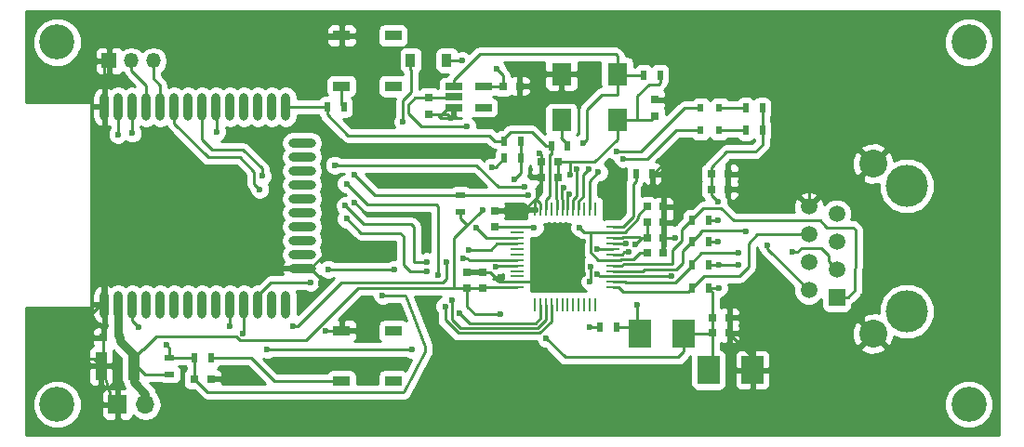
<source format=gbr>
G04 #@! TF.FileFunction,Copper,L1,Top,Signal*
%FSLAX46Y46*%
G04 Gerber Fmt 4.6, Leading zero omitted, Abs format (unit mm)*
G04 Created by KiCad (PCBNEW 4.0.6) date Sat Oct 21 15:15:02 2017*
%MOMM*%
%LPD*%
G01*
G04 APERTURE LIST*
%ADD10C,0.100000*%
%ADD11R,1.800000X2.000000*%
%ADD12C,3.200000*%
%ADD13R,0.500000X0.900000*%
%ADD14R,1.000000X2.500000*%
%ADD15R,0.800000X0.750000*%
%ADD16R,0.750000X0.800000*%
%ADD17R,2.000000X2.500000*%
%ADD18R,0.600000X0.800000*%
%ADD19R,1.700000X1.700000*%
%ADD20O,1.700000X1.700000*%
%ADD21R,1.350000X1.350000*%
%ADD22O,1.350000X1.350000*%
%ADD23R,0.900000X0.500000*%
%ADD24R,1.550000X0.900000*%
%ADD25R,1.560000X0.650000*%
%ADD26O,0.900000X2.500000*%
%ADD27O,2.500000X0.900000*%
%ADD28R,6.000000X6.000000*%
%ADD29C,3.500000*%
%ADD30R,0.250000X1.300000*%
%ADD31R,1.300000X0.250000*%
%ADD32R,0.900000X1.200000*%
%ADD33C,3.850000*%
%ADD34R,1.520000X1.520000*%
%ADD35C,1.520000*%
%ADD36C,2.540000*%
%ADD37C,0.600000*%
%ADD38C,0.250000*%
%ADD39C,0.800000*%
%ADD40C,0.254000*%
G04 APERTURE END LIST*
D10*
D11*
X134540000Y-78900000D03*
X129460000Y-78900000D03*
X129460000Y-83100000D03*
X134540000Y-83100000D03*
D12*
X83550000Y-76000000D03*
D13*
X128537200Y-85476940D03*
X130037200Y-85476940D03*
D14*
X90550000Y-105500000D03*
X87550000Y-105500000D03*
D15*
X89300000Y-102900000D03*
X87800000Y-102900000D03*
X124150000Y-80000000D03*
X125650000Y-80000000D03*
X96050000Y-106700000D03*
X97550000Y-106700000D03*
D16*
X117400000Y-81050000D03*
X117400000Y-82550000D03*
X138000000Y-81250000D03*
X138000000Y-82750000D03*
D15*
X143150000Y-89400000D03*
X144650000Y-89400000D03*
X143150000Y-88000000D03*
X144650000Y-88000000D03*
X143250000Y-101100000D03*
X144750000Y-101100000D03*
X143250000Y-102500000D03*
X144750000Y-102500000D03*
D16*
X122300000Y-98450000D03*
X122300000Y-96950000D03*
D15*
X138750000Y-91000000D03*
X137250000Y-91000000D03*
X138750000Y-95200000D03*
X137250000Y-95200000D03*
D16*
X123400000Y-91350000D03*
X123400000Y-92850000D03*
X120900000Y-98450000D03*
X120900000Y-96950000D03*
D15*
X137250000Y-92400000D03*
X138750000Y-92400000D03*
X129150000Y-88300000D03*
X127650000Y-88300000D03*
X129150000Y-86900000D03*
X127650000Y-86900000D03*
D17*
X142860000Y-105870000D03*
X146860000Y-105870000D03*
D18*
X142150000Y-82000000D03*
X143850000Y-82000000D03*
X142150000Y-84000000D03*
X143850000Y-84000000D03*
D19*
X89050000Y-109000000D03*
D20*
X91590000Y-109000000D03*
D21*
X88300000Y-77700000D03*
D22*
X90300000Y-77700000D03*
X92300000Y-77700000D03*
D17*
X140600000Y-102600000D03*
X136600000Y-102600000D03*
D23*
X93800000Y-104750000D03*
X93800000Y-106250000D03*
D13*
X136950000Y-79000000D03*
X138450000Y-79000000D03*
X96050000Y-104800000D03*
X97550000Y-104800000D03*
X124250000Y-85000000D03*
X125750000Y-85000000D03*
X108150000Y-81900000D03*
X109650000Y-81900000D03*
X141350000Y-98400000D03*
X142850000Y-98400000D03*
X141350000Y-96300000D03*
X142850000Y-96300000D03*
X141350000Y-94200000D03*
X142850000Y-94200000D03*
X141350000Y-92200000D03*
X142850000Y-92200000D03*
X125758000Y-86592000D03*
X124258000Y-86592000D03*
X136250000Y-88000000D03*
X137750000Y-88000000D03*
X147750000Y-82000000D03*
X146250000Y-82000000D03*
X147750000Y-84000000D03*
X146250000Y-84000000D03*
D24*
X109450000Y-102300000D03*
X109450000Y-106900000D03*
X114150000Y-102300000D03*
X114150000Y-106900000D03*
X109450000Y-75400000D03*
X109450000Y-80000000D03*
X114150000Y-75400000D03*
X114150000Y-80000000D03*
D25*
X119650000Y-80050000D03*
X119650000Y-81000000D03*
X119650000Y-81950000D03*
X122350000Y-81950000D03*
X122350000Y-80050000D03*
D26*
X87850000Y-81900000D03*
X89120000Y-81900000D03*
X90390000Y-81900000D03*
X91660000Y-81900000D03*
X92930000Y-81900000D03*
X94200000Y-81900000D03*
X95470000Y-81900000D03*
X96740000Y-81900000D03*
X98010000Y-81900000D03*
X99280000Y-81900000D03*
X100550000Y-81900000D03*
X101820000Y-81900000D03*
X103090000Y-81900000D03*
X104360000Y-81900000D03*
D27*
X105850000Y-85185000D03*
X105850000Y-86455000D03*
X105850000Y-87725000D03*
X105850000Y-88995000D03*
X105850000Y-90265000D03*
X105850000Y-91535000D03*
X105850000Y-92805000D03*
X105850000Y-94075000D03*
X105850000Y-95345000D03*
X105850000Y-96615000D03*
D26*
X104360000Y-99900000D03*
X103090000Y-99900000D03*
X101820000Y-99900000D03*
X100550000Y-99900000D03*
X99280000Y-99900000D03*
X98010000Y-99900000D03*
X96740000Y-99900000D03*
X95470000Y-99900000D03*
X94200000Y-99900000D03*
X92930000Y-99900000D03*
X91660000Y-99900000D03*
X90390000Y-99900000D03*
X89120000Y-99900000D03*
X87850000Y-99900000D03*
D28*
X95550000Y-91200000D03*
D29*
X95640000Y-91154000D03*
D30*
X127050000Y-99950000D03*
X127550000Y-99950000D03*
X128050000Y-99950000D03*
X128550000Y-99950000D03*
X129050000Y-99950000D03*
X129550000Y-99950000D03*
X130050000Y-99950000D03*
X130550000Y-99950000D03*
X131050000Y-99950000D03*
X131550000Y-99950000D03*
X132050000Y-99950000D03*
X132550000Y-99950000D03*
D31*
X134150000Y-98350000D03*
X134150000Y-97850000D03*
X134150000Y-97350000D03*
X134150000Y-96850000D03*
X134150000Y-96350000D03*
X134150000Y-95850000D03*
X134150000Y-95350000D03*
X134150000Y-94850000D03*
X134150000Y-94350000D03*
X134150000Y-93850000D03*
X134150000Y-93350000D03*
X134150000Y-92850000D03*
D30*
X132550000Y-91250000D03*
X132050000Y-91250000D03*
X131550000Y-91250000D03*
X131050000Y-91250000D03*
X130550000Y-91250000D03*
X130050000Y-91250000D03*
X129550000Y-91250000D03*
X129050000Y-91250000D03*
X128550000Y-91250000D03*
X128050000Y-91250000D03*
X127550000Y-91250000D03*
X127050000Y-91250000D03*
D31*
X125450000Y-92850000D03*
X125450000Y-93350000D03*
X125450000Y-93850000D03*
X125450000Y-94350000D03*
X125450000Y-94850000D03*
X125450000Y-95350000D03*
X125450000Y-95850000D03*
X125450000Y-96350000D03*
X125450000Y-96850000D03*
X125450000Y-97350000D03*
X125450000Y-97850000D03*
X125450000Y-98350000D03*
D15*
X137250000Y-93800000D03*
X138750000Y-93800000D03*
D12*
X166550000Y-76000000D03*
X166550000Y-109000000D03*
X83550000Y-109000000D03*
D23*
X120250000Y-91450000D03*
X120250000Y-89950000D03*
D13*
X132970000Y-101930000D03*
X134470000Y-101930000D03*
D32*
X115740000Y-77650000D03*
X119040000Y-77650000D03*
D33*
X160890000Y-89090000D03*
X160890000Y-100530000D03*
D34*
X154540000Y-99260000D03*
D35*
X152000000Y-98620000D03*
X154540000Y-96710000D03*
X152000000Y-96080000D03*
X154540000Y-94170000D03*
X152000000Y-93540000D03*
X154540000Y-91640000D03*
D36*
X157840000Y-87060000D03*
X157840000Y-102560000D03*
D35*
X152000000Y-91000000D03*
D37*
X122280210Y-91300000D03*
X145600000Y-96280000D03*
X130250000Y-88100000D03*
X128100000Y-103000000D03*
X123900000Y-100800000D03*
X120900000Y-83700000D03*
X125200000Y-88500000D03*
X143700000Y-94200000D03*
X143700000Y-90500000D03*
X143700000Y-92200000D03*
X143800000Y-96300000D03*
X143800000Y-98400000D03*
X152567000Y-89005000D03*
X134025000Y-88243000D03*
X135168000Y-90275000D03*
X132715010Y-97100000D03*
X117190000Y-93920000D03*
X110630000Y-90600000D03*
X142280000Y-76813000D03*
X147360000Y-76813000D03*
X152440000Y-81893000D03*
X152440000Y-76813000D03*
X157520000Y-76813000D03*
X157520000Y-84560000D03*
X139980000Y-81240000D03*
X140110000Y-85750000D03*
X106720000Y-105100000D03*
X111480000Y-105100000D03*
X111440000Y-103170000D03*
X114340000Y-85720000D03*
X119420000Y-85660000D03*
X127910000Y-97090000D03*
X123900000Y-97400000D03*
X127910000Y-94160000D03*
X131430000Y-94190000D03*
X131430000Y-97150000D03*
X127500000Y-86101950D03*
X111800000Y-94720000D03*
X113070000Y-83290000D03*
X114340000Y-88370000D03*
X119420000Y-88370000D03*
X105450000Y-75670000D03*
X100370000Y-75670000D03*
X95290000Y-75670000D03*
X152440000Y-109960000D03*
X157647000Y-109960000D03*
X157520000Y-104880000D03*
X137200000Y-109960000D03*
X132120000Y-109960000D03*
X127040000Y-109960000D03*
X127040000Y-104880000D03*
X121960000Y-104880000D03*
X121960000Y-109960000D03*
X116880000Y-109960000D03*
X111800000Y-109960000D03*
X96560000Y-109960000D03*
X101640000Y-109960000D03*
X106847000Y-110087000D03*
X101640000Y-90910000D03*
X101640000Y-93450000D03*
X101640000Y-95990000D03*
X85130000Y-104880000D03*
X82590000Y-104880000D03*
X82590000Y-102340000D03*
X85130000Y-102340000D03*
X87670000Y-97260000D03*
X87670000Y-94720000D03*
X90210000Y-94720000D03*
X90210000Y-92180000D03*
X87670000Y-92180000D03*
X87670000Y-89640000D03*
X90210000Y-89640000D03*
X90210000Y-87100000D03*
X87670000Y-87100000D03*
X87670000Y-84560000D03*
X107600000Y-75400000D03*
X119400000Y-82900000D03*
X124500000Y-91300000D03*
X127000000Y-80900000D03*
X139500000Y-97300000D03*
X135600000Y-95149967D03*
X108000000Y-102300000D03*
X107600000Y-98000000D03*
X98900000Y-106700000D03*
X145700000Y-89500000D03*
X144700000Y-100000000D03*
X139800000Y-92400000D03*
X139800000Y-93800000D03*
X135364717Y-94385335D03*
X156900000Y-99200000D03*
X156900000Y-89500000D03*
X123580000Y-78470000D03*
X120420000Y-77670000D03*
X113190000Y-99050000D03*
X115040000Y-83280000D03*
X93500000Y-103600000D03*
X91000000Y-102000000D03*
X131100000Y-92900000D03*
X127000000Y-92900000D03*
X136400000Y-99900000D03*
X136200000Y-94400000D03*
X131942200Y-87595300D03*
X134500000Y-85974990D03*
X132843900Y-87849300D03*
X135100000Y-86600000D03*
X150535000Y-95126400D03*
X145569300Y-95202600D03*
X123128400Y-87366700D03*
X121693300Y-92903900D03*
X129628635Y-89256094D03*
X108821950Y-87205848D03*
X126155083Y-89178162D03*
X89100000Y-84400000D03*
X118874990Y-100074990D03*
X118244171Y-97228069D03*
X109900000Y-88900000D03*
X90400000Y-84300000D03*
X120200000Y-100700000D03*
X117200000Y-96900000D03*
X109900000Y-92100000D03*
X102000000Y-89400000D03*
X102200000Y-88200000D03*
X109800000Y-90900000D03*
X117200000Y-96000000D03*
X119500000Y-99500000D03*
X121050000Y-94900000D03*
X114250000Y-96700000D03*
X108250000Y-96700000D03*
X106650000Y-97900000D03*
X123502751Y-96475010D03*
X100500000Y-102525010D03*
X102700000Y-104000000D03*
X115864000Y-104016400D03*
X120500000Y-95700000D03*
X119000000Y-96000000D03*
X105000000Y-101900000D03*
X99300000Y-101900000D03*
X130142110Y-89869577D03*
X126465678Y-89948391D03*
X110625518Y-88057791D03*
X98100000Y-84200000D03*
X148198200Y-94501390D03*
X146242400Y-93234100D03*
X132080000Y-101950000D03*
X132080000Y-97810000D03*
X132090000Y-96440000D03*
X132740000Y-94830000D03*
X131485000Y-85182300D03*
X130875001Y-87544899D03*
D38*
X129003634Y-88446366D02*
X129150000Y-88300000D01*
X129003634Y-90303634D02*
X129003634Y-88446366D01*
X129050000Y-90350000D02*
X129003634Y-90303634D01*
X129050000Y-91250000D02*
X129050000Y-90350000D01*
X121980211Y-91599999D02*
X122280210Y-91300000D01*
X120905210Y-92675000D02*
X121980211Y-91599999D01*
X120825000Y-92675000D02*
X120905210Y-92675000D01*
X154540000Y-94170000D02*
X154540000Y-94640711D01*
X91400000Y-104000000D02*
X91300000Y-104000000D01*
X100225009Y-103150011D02*
X99874998Y-102800000D01*
X106224985Y-103150011D02*
X100225009Y-103150011D01*
X92600000Y-102800000D02*
X91400000Y-104000000D01*
X110949997Y-98424999D02*
X106224985Y-103150011D01*
X99874998Y-102800000D02*
X92600000Y-102800000D01*
X113490001Y-98424999D02*
X110949997Y-98424999D01*
X119700000Y-98450000D02*
X113515002Y-98450000D01*
X91300000Y-104000000D02*
X90550000Y-104750000D01*
X90550000Y-104750000D02*
X90550000Y-105500000D01*
X113515002Y-98450000D02*
X113490001Y-98424999D01*
X145600000Y-96280000D02*
X145600000Y-96300000D01*
X145600000Y-96300000D02*
X145600000Y-96280000D01*
X145600000Y-96280000D02*
X145600000Y-96300000D01*
X143800000Y-96300000D02*
X145600000Y-96300000D01*
X151780000Y-96300000D02*
X152000000Y-96080000D01*
X120250000Y-91450000D02*
X120250000Y-92100000D01*
X120250000Y-92100000D02*
X120825000Y-92675000D01*
X117400000Y-81050000D02*
X119600000Y-81050000D01*
X119600000Y-81050000D02*
X119650000Y-81000000D01*
X143250000Y-105300000D02*
X143250000Y-106250000D01*
X143250000Y-106250000D02*
X142600000Y-106900000D01*
X120900000Y-98450000D02*
X122300000Y-98450000D01*
X130250000Y-88100000D02*
X130250000Y-86900000D01*
X129150000Y-86900000D02*
X130250000Y-86900000D01*
X130250000Y-86900000D02*
X132500000Y-86900000D01*
D39*
X91590000Y-109000000D02*
X91590000Y-108040000D01*
X91590000Y-108040000D02*
X90550000Y-107000000D01*
X90550000Y-107000000D02*
X90550000Y-105500000D01*
X91590000Y-109000000D02*
X91550000Y-109000000D01*
X89300000Y-102900000D02*
X89300000Y-103250000D01*
X89300000Y-103250000D02*
X90550000Y-104500000D01*
X90550000Y-104500000D02*
X90550000Y-105500000D01*
X89120000Y-99900000D02*
X89120000Y-102720000D01*
X89120000Y-102720000D02*
X89300000Y-102900000D01*
D38*
X91590000Y-109000000D02*
X91590000Y-108540000D01*
X128100000Y-103000000D02*
X129800000Y-104700000D01*
X129800000Y-104700000D02*
X140100000Y-104700000D01*
X140100000Y-104700000D02*
X140600000Y-104200000D01*
X140600000Y-104200000D02*
X140600000Y-102600000D01*
X120900000Y-100100000D02*
X121600000Y-100800000D01*
X121600000Y-100800000D02*
X123900000Y-100800000D01*
X120900000Y-99900000D02*
X120900000Y-100100000D01*
X120900000Y-98475000D02*
X120900000Y-99900000D01*
X120900000Y-98450000D02*
X120900000Y-98475000D01*
X120900000Y-83700000D02*
X116700000Y-83700000D01*
X125750000Y-84800000D02*
X125750000Y-85000000D01*
X115500000Y-82500000D02*
X116700000Y-83700000D01*
X115500000Y-81700000D02*
X115500000Y-82500000D01*
X119700000Y-96200000D02*
X119700000Y-98450000D01*
X119700000Y-93800000D02*
X119700000Y-96200000D01*
X120825000Y-92675000D02*
X119700000Y-93800000D01*
X122300000Y-98450000D02*
X119700000Y-98450000D01*
X125200000Y-88500000D02*
X125750000Y-87950000D01*
X132500000Y-86900000D02*
X134540000Y-84860000D01*
X134540000Y-84860000D02*
X134540000Y-83100000D01*
X134540000Y-83100000D02*
X136400000Y-83100000D01*
X137450000Y-79850000D02*
X136400000Y-80900000D01*
X136400000Y-83100000D02*
X137650000Y-83100000D01*
X136400000Y-80900000D02*
X136400000Y-83100000D01*
X138300000Y-79850000D02*
X137450000Y-79850000D01*
X138450000Y-79000000D02*
X138450000Y-79700000D01*
X138450000Y-79700000D02*
X138300000Y-79850000D01*
X137650000Y-83100000D02*
X138000000Y-82750000D01*
X142850000Y-94200000D02*
X143700000Y-94200000D01*
X147750000Y-82000000D02*
X147750000Y-84000000D01*
X147100000Y-86000000D02*
X147750000Y-85350000D01*
X147750000Y-85350000D02*
X147750000Y-84000000D01*
X144525000Y-86000000D02*
X147100000Y-86000000D01*
X143150000Y-88000000D02*
X143150000Y-87375000D01*
X143150000Y-87375000D02*
X144525000Y-86000000D01*
X143700000Y-90500000D02*
X143150000Y-89950000D01*
X143150000Y-89950000D02*
X143150000Y-89400000D01*
X142850000Y-92200000D02*
X143700000Y-92200000D01*
X143150000Y-88000000D02*
X143150000Y-89400000D01*
X143800000Y-96300000D02*
X142850000Y-96300000D01*
X142850000Y-98400000D02*
X143800000Y-98400000D01*
X125750000Y-85000000D02*
X125750000Y-86600000D01*
X129150000Y-88300000D02*
X129150000Y-86900000D01*
X125450000Y-98350000D02*
X122400000Y-98350000D01*
X122400000Y-98350000D02*
X122300000Y-98450000D01*
X143250000Y-101100000D02*
X143250000Y-98800000D01*
X143250000Y-98800000D02*
X142850000Y-98400000D01*
X142600000Y-106900000D02*
X143250000Y-106250000D01*
X143250000Y-106250000D02*
X143250000Y-103900000D01*
X143250000Y-103900000D02*
X143250000Y-102500000D01*
X143250000Y-102500000D02*
X143250000Y-101100000D01*
X143250000Y-101100000D02*
X143250000Y-102500000D01*
X143250000Y-102500000D02*
X143150000Y-102600000D01*
X143150000Y-102600000D02*
X140600000Y-102600000D01*
X116150000Y-81050000D02*
X119600000Y-81050000D01*
X115500000Y-81700000D02*
X116150000Y-81050000D01*
X119600000Y-81050000D02*
X119650000Y-81000000D01*
X90550000Y-105500000D02*
X90900000Y-105600000D01*
X91550000Y-106250000D02*
X93800000Y-106250000D01*
X90900000Y-105600000D02*
X91550000Y-106250000D01*
X90590000Y-105540000D02*
X90450000Y-105400000D01*
X90450000Y-105400000D02*
X90450000Y-104250000D01*
X89000000Y-100020000D02*
X89120000Y-99900000D01*
X125750000Y-87950000D02*
X125750000Y-86600000D01*
X152000000Y-91000000D02*
X152000000Y-89572000D01*
X152000000Y-89572000D02*
X152567000Y-89005000D01*
X156900000Y-99200000D02*
X156900000Y-101620000D01*
X156900000Y-101620000D02*
X157840000Y-102560000D01*
X144750000Y-101100000D02*
X156380000Y-101100000D01*
X156380000Y-101100000D02*
X157840000Y-102560000D01*
X135168000Y-90275000D02*
X135168000Y-89386000D01*
X135168000Y-89386000D02*
X134025000Y-88243000D01*
X87800000Y-102900000D02*
X87800000Y-105250000D01*
X87800000Y-105250000D02*
X87550000Y-105500000D01*
X132965010Y-97350000D02*
X132715010Y-97100000D01*
X134150000Y-97350000D02*
X132965010Y-97350000D01*
X146860000Y-105870000D02*
X146860000Y-107890000D01*
X146860000Y-107890000D02*
X146850000Y-107900000D01*
X156900000Y-88000000D02*
X157840000Y-87060000D01*
X144750000Y-102500000D02*
X144750000Y-102580000D01*
X144750000Y-102580000D02*
X146860000Y-104690000D01*
X146860000Y-104690000D02*
X146860000Y-105870000D01*
X116910000Y-91740000D02*
X117190000Y-92020000D01*
X117190000Y-92020000D02*
X117190000Y-93920000D01*
X111770000Y-91740000D02*
X116910000Y-91740000D01*
X110630000Y-90600000D02*
X111770000Y-91740000D01*
X147360000Y-76813000D02*
X142280000Y-76813000D01*
X152440000Y-76813000D02*
X152440000Y-81893000D01*
X157520000Y-84560000D02*
X157520000Y-76813000D01*
X137750000Y-88000000D02*
X137860000Y-88000000D01*
X137860000Y-88000000D02*
X140110000Y-85750000D01*
X139970000Y-81250000D02*
X138000000Y-81250000D01*
X139980000Y-81240000D02*
X139970000Y-81250000D01*
X111480000Y-105100000D02*
X106720000Y-105100000D01*
X109450000Y-102300000D02*
X110570000Y-102300000D01*
X111480000Y-105100000D02*
X111480000Y-105120000D01*
X110570000Y-102300000D02*
X111440000Y-103170000D01*
X114400000Y-85660000D02*
X119420000Y-85660000D01*
X114400000Y-85660000D02*
X114340000Y-85720000D01*
X125450000Y-97850000D02*
X127150000Y-97850000D01*
X127150000Y-97850000D02*
X127910000Y-97090000D01*
X123700000Y-97600000D02*
X123900000Y-97400000D01*
X127910000Y-97090000D02*
X127910000Y-94160000D01*
X131430000Y-94190000D02*
X131430000Y-97150000D01*
X106650000Y-96615000D02*
X105850000Y-96615000D01*
X108545000Y-94720000D02*
X106650000Y-96615000D01*
X111800000Y-94720000D02*
X108545000Y-94720000D01*
X125450000Y-97850000D02*
X123850000Y-97850000D01*
X123850000Y-97850000D02*
X122950000Y-96950000D01*
X122950000Y-96950000D02*
X122300000Y-96950000D01*
X127650000Y-86251950D02*
X127500000Y-86101950D01*
X127650000Y-86900000D02*
X127650000Y-86251950D01*
X111419000Y-76305000D02*
X110514000Y-75400000D01*
X113070000Y-81809998D02*
X111419000Y-80158998D01*
X113070000Y-83290000D02*
X113070000Y-81809998D01*
X111419000Y-80158998D02*
X111419000Y-76305000D01*
X110514000Y-75400000D02*
X109450000Y-75400000D01*
X119420000Y-88370000D02*
X114340000Y-88370000D01*
X105450000Y-75670000D02*
X109180000Y-75670000D01*
X109180000Y-75670000D02*
X109450000Y-75400000D01*
X95290000Y-75670000D02*
X100370000Y-75670000D01*
X150380000Y-107900000D02*
X152440000Y-109960000D01*
X146850000Y-107900000D02*
X150380000Y-107900000D01*
X157647000Y-105007000D02*
X157520000Y-104880000D01*
X157647000Y-109960000D02*
X157647000Y-105007000D01*
X146600000Y-107900000D02*
X146850000Y-107900000D01*
X146600000Y-110212000D02*
X146600000Y-107900000D01*
X137200000Y-109960000D02*
X137499999Y-110259999D01*
X137499999Y-110259999D02*
X146552001Y-110259999D01*
X127040000Y-109960000D02*
X132120000Y-109960000D01*
X126740001Y-104580001D02*
X127040000Y-104880000D01*
X121960000Y-104880000D02*
X122259999Y-104580001D01*
X122259999Y-104580001D02*
X126740001Y-104580001D01*
X116880000Y-109960000D02*
X121960000Y-109960000D01*
X111800000Y-109960000D02*
X116880000Y-109960000D01*
X146552001Y-110259999D02*
X146600000Y-110212000D01*
X89050000Y-110100000D02*
X90053000Y-111103000D01*
X89050000Y-109000000D02*
X89050000Y-110100000D01*
X95417000Y-111103000D02*
X96560000Y-109960000D01*
X90053000Y-111103000D02*
X95417000Y-111103000D01*
X106720000Y-109960000D02*
X106847000Y-110087000D01*
X101640000Y-109960000D02*
X106720000Y-109960000D01*
X101640000Y-93450000D02*
X101640000Y-90910000D01*
X105850000Y-96615000D02*
X102265000Y-96615000D01*
X102265000Y-96615000D02*
X101640000Y-95990000D01*
X85130000Y-104880000D02*
X86930000Y-104880000D01*
X86930000Y-104880000D02*
X87550000Y-105500000D01*
X82590000Y-102340000D02*
X82590000Y-104880000D01*
X87670000Y-97260000D02*
X87670000Y-99800000D01*
X87670000Y-99800000D02*
X85130000Y-102340000D01*
X90210000Y-94720000D02*
X87670000Y-94720000D01*
X87670000Y-92180000D02*
X90210000Y-92180000D01*
X90210000Y-89640000D02*
X87670000Y-89640000D01*
X87670000Y-87100000D02*
X90210000Y-87100000D01*
X87850000Y-84560000D02*
X87850000Y-88450000D01*
X87850000Y-81900000D02*
X87850000Y-84560000D01*
X87850000Y-84560000D02*
X87670000Y-84560000D01*
X87550000Y-103000000D02*
X87450000Y-102900000D01*
X134150000Y-97350000D02*
X139450000Y-97350000D01*
X139450000Y-97350000D02*
X139500000Y-97300000D01*
X109450000Y-75400000D02*
X107600000Y-75400000D01*
X117400000Y-82550000D02*
X119050000Y-82550000D01*
X119050000Y-82550000D02*
X119400000Y-82900000D01*
X119650000Y-81950000D02*
X119650000Y-82150000D01*
X119650000Y-82150000D02*
X119800000Y-82300000D01*
X119650000Y-81950000D02*
X119195000Y-81950000D01*
X119195000Y-81950000D02*
X118595000Y-82550000D01*
X118595000Y-82550000D02*
X117400000Y-82550000D01*
X124799999Y-91000001D02*
X124500000Y-91300000D01*
X126399999Y-91000001D02*
X124799999Y-91000001D01*
X127050000Y-90350000D02*
X126399999Y-91000001D01*
X127550000Y-90725000D02*
X127175000Y-90350000D01*
X127374998Y-89075002D02*
X127550000Y-88900000D01*
X127374998Y-90025002D02*
X127374998Y-89075002D01*
X127175000Y-90350000D02*
X127175000Y-89275000D01*
X127550000Y-91250000D02*
X127550000Y-90725000D01*
X127050000Y-90350000D02*
X127374998Y-90025002D01*
X127175000Y-89275000D02*
X127550000Y-88900000D01*
X123400000Y-91350000D02*
X124450000Y-91350000D01*
X126700000Y-80000000D02*
X127800000Y-78900000D01*
X127800000Y-78900000D02*
X129460000Y-78900000D01*
X127000000Y-80300000D02*
X126700000Y-80000000D01*
X126700000Y-80000000D02*
X125650000Y-80000000D01*
X127000000Y-80900000D02*
X127000000Y-80300000D01*
X123700000Y-97700000D02*
X122950000Y-96950000D01*
X123850000Y-97850000D02*
X123700000Y-97700000D01*
X134175034Y-95324966D02*
X135000737Y-95324966D01*
X134150000Y-95350000D02*
X134175034Y-95324966D01*
X135175736Y-95149967D02*
X135600000Y-95149967D01*
X135000737Y-95324966D02*
X135175736Y-95149967D01*
X109450000Y-102300000D02*
X108000000Y-102300000D01*
X107600000Y-98000000D02*
X107600000Y-97565000D01*
X107600000Y-97565000D02*
X106650000Y-96615000D01*
X97550000Y-106700000D02*
X98900000Y-106700000D01*
X144650000Y-89400000D02*
X144650000Y-88000000D01*
X145700000Y-89500000D02*
X144750000Y-89500000D01*
X144750000Y-89500000D02*
X144650000Y-89400000D01*
X144750000Y-101100000D02*
X144750000Y-100050000D01*
X144750000Y-100050000D02*
X144700000Y-100000000D01*
X144750000Y-101100000D02*
X144750000Y-102500000D01*
X139800000Y-92400000D02*
X138750000Y-92400000D01*
X138750000Y-93800000D02*
X139800000Y-93800000D01*
X138750000Y-93800000D02*
X138750000Y-95200000D01*
X138750000Y-92400000D02*
X138750000Y-93800000D01*
X138750000Y-91000000D02*
X138750000Y-92400000D01*
X137750000Y-88850000D02*
X138750000Y-89850000D01*
X138750000Y-89850000D02*
X138750000Y-91000000D01*
X137750000Y-88000000D02*
X137750000Y-88850000D01*
X127550000Y-88900000D02*
X127550000Y-88400000D01*
X127050000Y-91250000D02*
X127050000Y-90350000D01*
X127650000Y-88300000D02*
X127650000Y-86900000D01*
X127550000Y-88400000D02*
X127650000Y-88300000D01*
X122950000Y-96950000D02*
X120900000Y-96950000D01*
X87850000Y-99900000D02*
X87850000Y-100850000D01*
X87700000Y-105350000D02*
X87550000Y-105500000D01*
X87550000Y-105500000D02*
X88550000Y-108500000D01*
X88550000Y-108500000D02*
X89050000Y-109000000D01*
X105850000Y-96615000D02*
X100965000Y-96615000D01*
X100965000Y-96615000D02*
X95550000Y-91200000D01*
X87850000Y-99900000D02*
X87850000Y-94050000D01*
X87850000Y-94050000D02*
X90700000Y-91200000D01*
X90600000Y-91200000D02*
X90700000Y-91200000D01*
X90700000Y-91200000D02*
X95550000Y-91200000D01*
X87850000Y-88450000D02*
X90600000Y-91200000D01*
X87850000Y-81900000D02*
X87850000Y-78150000D01*
X87850000Y-78150000D02*
X88300000Y-77700000D01*
X135329382Y-94350000D02*
X135364717Y-94385335D01*
X134150000Y-94350000D02*
X135329382Y-94350000D01*
X156900000Y-89500000D02*
X156900000Y-88000000D01*
X156840000Y-99260000D02*
X156900000Y-99200000D01*
X123580000Y-78470000D02*
X124150000Y-79040000D01*
X124150000Y-79040000D02*
X124150000Y-80000000D01*
X119040000Y-77650000D02*
X120400000Y-77650000D01*
X120400000Y-77650000D02*
X120420000Y-77670000D01*
X122350000Y-80050000D02*
X124100000Y-80050000D01*
X124100000Y-80050000D02*
X124150000Y-80000000D01*
X113190000Y-99050000D02*
X115250000Y-99050000D01*
X115250000Y-99050000D02*
X117088600Y-103733400D01*
X115750000Y-80560000D02*
X115040000Y-81270000D01*
X115040000Y-81270000D02*
X115040000Y-83280000D01*
X115750000Y-78510000D02*
X115750000Y-80560000D01*
X115740000Y-77650000D02*
X115740000Y-78500000D01*
X115740000Y-78500000D02*
X115750000Y-78510000D01*
X117088600Y-103733400D02*
X117088600Y-104157664D01*
X117088600Y-104157664D02*
X115124264Y-107900000D01*
X115124264Y-107900000D02*
X97275000Y-107900000D01*
X97275000Y-107900000D02*
X96075000Y-106700000D01*
X96075000Y-106700000D02*
X96050000Y-106700000D01*
X90390000Y-99900000D02*
X90390000Y-101390000D01*
X93800000Y-103900000D02*
X93800000Y-104750000D01*
X93500000Y-103600000D02*
X93800000Y-103900000D01*
X90390000Y-101390000D02*
X91000000Y-102000000D01*
X93800000Y-104750000D02*
X96000000Y-104750000D01*
X96000000Y-104750000D02*
X96050000Y-104800000D01*
X96050000Y-106700000D02*
X96050000Y-104800000D01*
X132114998Y-93425002D02*
X132190000Y-93350000D01*
X132834996Y-95850000D02*
X132114998Y-95130002D01*
X132114998Y-95130002D02*
X132114998Y-93425002D01*
X134150000Y-95850000D02*
X132834996Y-95850000D01*
X131550000Y-93350000D02*
X132190000Y-93350000D01*
X132190000Y-93350000D02*
X132600000Y-93350000D01*
X135226089Y-93310322D02*
X136450011Y-92086400D01*
X136450011Y-91774989D02*
X137225000Y-91000000D01*
X134852176Y-95850000D02*
X134927199Y-95774977D01*
X134189678Y-93310322D02*
X135226089Y-93310322D01*
X134150000Y-93350000D02*
X134189678Y-93310322D01*
X134927199Y-95774977D02*
X136025023Y-95774977D01*
X134150000Y-95850000D02*
X134852176Y-95850000D01*
X137225000Y-91000000D02*
X137250000Y-91000000D01*
X136600000Y-95200000D02*
X137250000Y-95200000D01*
X136025023Y-95774977D02*
X136600000Y-95200000D01*
X136450011Y-92086400D02*
X136450011Y-91774989D01*
X132600000Y-93350000D02*
X134150000Y-93350000D01*
X131100000Y-92900000D02*
X131550000Y-93350000D01*
X125450000Y-92850000D02*
X126950000Y-92850000D01*
X126950000Y-92850000D02*
X127000000Y-92900000D01*
X123400000Y-92850000D02*
X125450000Y-92850000D01*
X134470000Y-101930000D02*
X135930000Y-101930000D01*
X135930000Y-101930000D02*
X136600000Y-102600000D01*
X136600000Y-93800000D02*
X137250000Y-93800000D01*
X134150000Y-93850000D02*
X134975048Y-93850000D01*
X134975048Y-93850000D02*
X135064715Y-93760333D01*
X135064715Y-93760333D02*
X136560333Y-93760333D01*
X136560333Y-93760333D02*
X136600000Y-93800000D01*
X136400000Y-99900000D02*
X136400000Y-102400000D01*
X136400000Y-102400000D02*
X136600000Y-102600000D01*
X137250000Y-93800000D02*
X136800000Y-93800000D01*
X136800000Y-93800000D02*
X136200000Y-94400000D01*
X137250000Y-92400000D02*
X137250000Y-93800000D01*
X131421500Y-90109900D02*
X131421500Y-88116000D01*
X131421500Y-88116000D02*
X131942200Y-87595300D01*
X131050000Y-90481400D02*
X131421500Y-90109900D01*
X131050000Y-91250000D02*
X131050000Y-90481400D01*
X136725010Y-85974990D02*
X134924264Y-85974990D01*
X140700000Y-82000000D02*
X136725010Y-85974990D01*
X142150000Y-82000000D02*
X140700000Y-82000000D01*
X134924264Y-85974990D02*
X134500000Y-85974990D01*
X143850000Y-82000000D02*
X146250000Y-82000000D01*
X132056500Y-90343500D02*
X132056500Y-88636700D01*
X132056500Y-88636700D02*
X132843900Y-87849300D01*
X132050000Y-91250000D02*
X132050000Y-90350000D01*
X132050000Y-90350000D02*
X132056500Y-90343500D01*
X135100000Y-86600000D02*
X137300000Y-86600000D01*
X137300000Y-86600000D02*
X139900000Y-84000000D01*
X139900000Y-84000000D02*
X142150000Y-84000000D01*
X143850000Y-84000000D02*
X146250000Y-84000000D01*
X150925198Y-93540000D02*
X152000000Y-93540000D01*
X146496400Y-96498000D02*
X146496400Y-94351700D01*
X147308100Y-93540000D02*
X150925198Y-93540000D01*
X146496400Y-94351700D02*
X147308100Y-93540000D01*
X145694400Y-97300000D02*
X146496400Y-96498000D01*
X142450000Y-97300000D02*
X145694400Y-97300000D01*
X141350000Y-98400000D02*
X142450000Y-97300000D01*
X134675000Y-98350000D02*
X134150000Y-98350000D01*
X135050000Y-98725000D02*
X134675000Y-98350000D01*
X141025000Y-98725000D02*
X135050000Y-98725000D01*
X142450000Y-97300000D02*
X141025000Y-98725000D01*
X154540000Y-96710000D02*
X153780001Y-95950001D01*
X153780001Y-95950001D02*
X153780001Y-95437701D01*
X153780001Y-95437701D02*
X153125800Y-94783500D01*
X150535000Y-95126400D02*
X150959264Y-95126400D01*
X150959264Y-95126400D02*
X151302164Y-94783500D01*
X151302164Y-94783500D02*
X153125800Y-94783500D01*
X142220000Y-95230000D02*
X145541900Y-95230000D01*
X145541900Y-95230000D02*
X145569300Y-95202600D01*
X142220000Y-95230000D02*
X141350000Y-96100000D01*
X141350000Y-96100000D02*
X141350000Y-96300000D01*
X134150000Y-97850000D02*
X135224998Y-97850000D01*
X135224998Y-97850000D02*
X135299999Y-97925001D01*
X135299999Y-97925001D02*
X139800003Y-97925001D01*
X139800003Y-97925001D02*
X141350000Y-96375004D01*
X141350000Y-96375004D02*
X141350000Y-96300000D01*
X135299999Y-97925001D02*
X135224998Y-97850000D01*
X142374999Y-91125001D02*
X144000001Y-91125001D01*
X144000001Y-91125001D02*
X145143900Y-92268900D01*
X153467601Y-92725001D02*
X153493001Y-92725001D01*
X156224600Y-96565400D02*
X156199200Y-96590800D01*
X145143900Y-92268900D02*
X153011500Y-92268900D01*
X153493001Y-92725001D02*
X153633800Y-92865800D01*
X153011500Y-92268900D02*
X153467601Y-92725001D01*
X153633800Y-92865800D02*
X156008700Y-92865800D01*
X156199200Y-98610800D02*
X155550000Y-99260000D01*
X156008700Y-92865800D02*
X156224600Y-93081700D01*
X155550000Y-99260000D02*
X154540000Y-99260000D01*
X156224600Y-93081700D02*
X156224600Y-96565400D01*
X156199200Y-96590800D02*
X156199200Y-98610800D01*
X142374999Y-91125001D02*
X144000001Y-91125001D01*
X139550000Y-96224987D02*
X139550000Y-94975004D01*
X140425002Y-94100002D02*
X140425002Y-93074998D01*
X139550000Y-94975004D02*
X140425002Y-94100002D01*
X140425002Y-93074998D02*
X142374999Y-91125001D01*
X135113600Y-96224987D02*
X139550000Y-96224987D01*
X134988587Y-96350000D02*
X135113600Y-96224987D01*
X141350000Y-92200000D02*
X141350000Y-92150000D01*
X141350000Y-92150000D02*
X142374999Y-91125001D01*
X134150000Y-96350000D02*
X134988587Y-96350000D01*
X91660000Y-81900000D02*
X91660000Y-79960000D01*
X90300000Y-78600000D02*
X90300000Y-77700000D01*
X91660000Y-79960000D02*
X90300000Y-78600000D01*
X92930000Y-81900000D02*
X92930000Y-79930000D01*
X92300000Y-79300000D02*
X92300000Y-77700000D01*
X92930000Y-79930000D02*
X92300000Y-79300000D01*
X97550000Y-104800000D02*
X101200000Y-104800000D01*
X103300000Y-106900000D02*
X109450000Y-106900000D01*
X101200000Y-104800000D02*
X103300000Y-106900000D01*
X128537200Y-85476940D02*
X128037200Y-85476940D01*
X128037200Y-85476940D02*
X126785259Y-84224999D01*
X126785259Y-84224999D02*
X124825001Y-84224999D01*
X124825001Y-84224999D02*
X124250000Y-84800000D01*
X124250000Y-84800000D02*
X124250000Y-85000000D01*
X128411600Y-86226620D02*
X128487520Y-86226620D01*
X128487520Y-86226620D02*
X128537200Y-86176940D01*
X128537200Y-86176940D02*
X128537200Y-85476940D01*
X128375001Y-90024999D02*
X128050000Y-90350000D01*
X128411600Y-86226620D02*
X128411600Y-90028620D01*
X128050000Y-90350000D02*
X128050000Y-91250000D01*
X110050000Y-84500000D02*
X122900000Y-84500000D01*
X122900000Y-84500000D02*
X123400000Y-85000000D01*
X108150000Y-81900000D02*
X108150000Y-82600000D01*
X108150000Y-82600000D02*
X110050000Y-84500000D01*
X104360000Y-81900000D02*
X105060000Y-81900000D01*
X105060000Y-81900000D02*
X108150000Y-81900000D01*
X123400000Y-85000000D02*
X124250000Y-85000000D01*
X129453000Y-84692740D02*
X129460000Y-84685740D01*
X129460000Y-84685740D02*
X129460000Y-83100000D01*
X130037200Y-85476940D02*
X130037200Y-85276940D01*
X130037200Y-85276940D02*
X129453000Y-84692740D01*
X109450000Y-80000000D02*
X109450000Y-81700000D01*
X109450000Y-81700000D02*
X109650000Y-81900000D01*
X123128400Y-87366700D02*
X123483300Y-87366700D01*
X123483300Y-87366700D02*
X124258000Y-86592000D01*
X125450000Y-93850000D02*
X122639400Y-93850000D01*
X122639400Y-93850000D02*
X121693300Y-92903900D01*
X136250000Y-88000000D02*
X136250000Y-88700000D01*
X136250000Y-88700000D02*
X136000000Y-88950000D01*
X136000000Y-91900000D02*
X136000000Y-88950000D01*
X134150000Y-92850000D02*
X135050000Y-92850000D01*
X135050000Y-92850000D02*
X136000000Y-91900000D01*
X129550000Y-91250000D02*
X129550000Y-90350000D01*
X129550000Y-90350000D02*
X129517109Y-90317109D01*
X129517109Y-89409563D02*
X129550011Y-89376661D01*
X129517109Y-90317109D02*
X129517109Y-89409563D01*
X126155083Y-89178162D02*
X123714572Y-89178162D01*
X108927798Y-87100000D02*
X108821950Y-87205848D01*
X109000000Y-87100000D02*
X108927798Y-87100000D01*
X121742258Y-87205848D02*
X109246214Y-87205848D01*
X109246214Y-87205848D02*
X108821950Y-87205848D01*
X123714572Y-89178162D02*
X121742258Y-87205848D01*
X89120000Y-81900000D02*
X89120000Y-84380000D01*
X89120000Y-84380000D02*
X89100000Y-84400000D01*
X118874990Y-100499254D02*
X118874990Y-100074990D01*
X118874990Y-101311401D02*
X118874990Y-100499254D01*
X120063611Y-102500022D02*
X118874990Y-101311401D01*
X127472800Y-102500022D02*
X120063611Y-102500022D01*
X128550000Y-99950000D02*
X128550000Y-101422822D01*
X128550000Y-101422822D02*
X127472800Y-102500022D01*
X118244171Y-96803805D02*
X118244171Y-97228069D01*
X118100000Y-90800000D02*
X118244171Y-90944171D01*
X111800000Y-90800000D02*
X118100000Y-90800000D01*
X118244171Y-90944171D02*
X118244171Y-96803805D01*
X109900000Y-88900000D02*
X111800000Y-90800000D01*
X90390000Y-81900000D02*
X90390000Y-84290000D01*
X90390000Y-84290000D02*
X90400000Y-84300000D01*
X120200000Y-100700000D02*
X121100000Y-101600000D01*
X121100000Y-101600000D02*
X127100000Y-101600000D01*
X127100000Y-101600000D02*
X127550000Y-101150000D01*
X127550000Y-101150000D02*
X127550000Y-99950000D01*
X115100000Y-96300000D02*
X115700000Y-96900000D01*
X115700000Y-96900000D02*
X117200000Y-96900000D01*
X115100000Y-93700000D02*
X115100000Y-96300000D01*
X114800000Y-93400000D02*
X115100000Y-93700000D01*
X111200000Y-93400000D02*
X114800000Y-93400000D01*
X109900000Y-92100000D02*
X111200000Y-93400000D01*
X101500000Y-87800000D02*
X101500000Y-88900000D01*
X101500000Y-88900000D02*
X102000000Y-89400000D01*
X100200000Y-86500000D02*
X101500000Y-87800000D01*
X97300000Y-86500000D02*
X100200000Y-86500000D01*
X94200000Y-81900000D02*
X94200000Y-83400000D01*
X94200000Y-83400000D02*
X97300000Y-86500000D01*
X119500000Y-99924264D02*
X119500000Y-99500000D01*
X119500000Y-101300000D02*
X119500000Y-99924264D01*
X120250011Y-102050011D02*
X119500000Y-101300000D01*
X128050000Y-101286411D02*
X127286400Y-102050011D01*
X128050000Y-99950000D02*
X128050000Y-101286411D01*
X127286400Y-102050011D02*
X120250011Y-102050011D01*
X97700000Y-85800000D02*
X96740000Y-84840000D01*
X96740000Y-84840000D02*
X96740000Y-81900000D01*
X100500000Y-85800000D02*
X97700000Y-85800000D01*
X102200000Y-87500000D02*
X100500000Y-85800000D01*
X102200000Y-88200000D02*
X102200000Y-87500000D01*
X115800000Y-92600000D02*
X111500000Y-92600000D01*
X111500000Y-92600000D02*
X109800000Y-90900000D01*
X116000000Y-92800000D02*
X115800000Y-92600000D01*
X116000000Y-96000000D02*
X116000000Y-92800000D01*
X117200000Y-96000000D02*
X116000000Y-96000000D01*
X125450000Y-94350000D02*
X123600000Y-94350000D01*
X123600000Y-94350000D02*
X123050000Y-94900000D01*
X121050000Y-94900000D02*
X123050000Y-94900000D01*
X108250000Y-96700000D02*
X114250000Y-96700000D01*
X101820000Y-99900000D02*
X101820000Y-99100000D01*
X101820000Y-99100000D02*
X103020000Y-97900000D01*
X103020000Y-97900000D02*
X106650000Y-97900000D01*
X123627761Y-96350000D02*
X123502751Y-96475010D01*
X125450000Y-96350000D02*
X123627761Y-96350000D01*
X100550000Y-102475010D02*
X100500000Y-102525010D01*
X100550000Y-99900000D02*
X100550000Y-102475010D01*
X115864000Y-104016400D02*
X102700000Y-104000000D01*
X120500000Y-95700000D02*
X120924264Y-95700000D01*
X120924264Y-95700000D02*
X121074264Y-95850000D01*
X121074264Y-95850000D02*
X124550000Y-95850000D01*
X124550000Y-95850000D02*
X125450000Y-95850000D01*
X118700000Y-97900000D02*
X119000000Y-97600000D01*
X119000000Y-97600000D02*
X119000000Y-96000000D01*
X109424264Y-97900000D02*
X118700000Y-97900000D01*
X105000000Y-101900000D02*
X105424264Y-101900000D01*
X105424264Y-101900000D02*
X109424264Y-97900000D01*
X99280000Y-99900000D02*
X99280000Y-101880000D01*
X99280000Y-101880000D02*
X99300000Y-101900000D01*
X130050000Y-89961687D02*
X130142110Y-89869577D01*
X130050000Y-91250000D02*
X130050000Y-89961687D01*
X120250000Y-89950000D02*
X120800000Y-89950000D01*
X120800000Y-89950000D02*
X120801609Y-89948391D01*
X112516118Y-89948391D02*
X120801609Y-89948391D01*
X120801609Y-89948391D02*
X126041414Y-89948391D01*
X126041414Y-89948391D02*
X126465678Y-89948391D01*
X110625518Y-88057791D02*
X112516118Y-89948391D01*
X98100000Y-84200000D02*
X98100000Y-81990000D01*
X98100000Y-81990000D02*
X98010000Y-81900000D01*
X148198200Y-94818200D02*
X148198200Y-94501390D01*
X152000000Y-98620000D02*
X148198200Y-94818200D01*
X142300000Y-93200000D02*
X146208300Y-93200000D01*
X146208300Y-93200000D02*
X146242400Y-93234100D01*
X141350000Y-94200000D02*
X142050000Y-93500000D01*
X142050000Y-93450000D02*
X142300000Y-93200000D01*
X142050000Y-93500000D02*
X142050000Y-93450000D01*
X140500000Y-96100000D02*
X139925001Y-96674999D01*
X142300000Y-93200000D02*
X142200000Y-93300000D01*
X142200000Y-93300000D02*
X142200000Y-93350000D01*
X142200000Y-93350000D02*
X140500000Y-95050000D01*
X140500000Y-95050000D02*
X140500000Y-96100000D01*
X139925001Y-96674999D02*
X137025001Y-96674999D01*
X137025001Y-96674999D02*
X136850000Y-96850000D01*
X136850000Y-96850000D02*
X134150000Y-96850000D01*
X132080000Y-101950000D02*
X132950000Y-101950000D01*
X132950000Y-101950000D02*
X132970000Y-101930000D01*
X132090000Y-96440000D02*
X132090000Y-97800000D01*
X132090000Y-97800000D02*
X132080000Y-97810000D01*
X132760000Y-94850000D02*
X132740000Y-94830000D01*
X134150000Y-94850000D02*
X132760000Y-94850000D01*
X130550000Y-90350000D02*
X130599989Y-90300011D01*
X130875001Y-87969163D02*
X130875001Y-87544899D01*
X130875001Y-90019989D02*
X130875001Y-87969163D01*
X130599989Y-90295000D02*
X130875001Y-90019989D01*
X130599989Y-90300011D02*
X130599989Y-90295000D01*
X130550000Y-91250000D02*
X130550000Y-90350000D01*
X134558400Y-80813500D02*
X134540000Y-80795100D01*
X134540000Y-80795100D02*
X134540000Y-78900000D01*
X133110600Y-80813500D02*
X134558400Y-80813500D01*
X131784999Y-82139101D02*
X133110600Y-80813500D01*
X131485000Y-85182300D02*
X131784999Y-84882301D01*
X131784999Y-84882301D02*
X131784999Y-82139101D01*
X130888100Y-87531800D02*
X130875001Y-87544899D01*
X119650000Y-80050000D02*
X119650000Y-79475000D01*
X119650000Y-79475000D02*
X122025000Y-77100000D01*
X122025000Y-77100000D02*
X134400000Y-77100000D01*
X134400000Y-77100000D02*
X134540000Y-77240000D01*
X134540000Y-77240000D02*
X134540000Y-78900000D01*
X136950000Y-79000000D02*
X134640000Y-79000000D01*
X134640000Y-79000000D02*
X134540000Y-78900000D01*
D40*
G36*
X169290000Y-111790000D02*
X80710000Y-111790000D01*
X80710000Y-109442619D01*
X81314613Y-109442619D01*
X81654155Y-110264372D01*
X82282321Y-110893636D01*
X83103481Y-111234611D01*
X83992619Y-111235387D01*
X84814372Y-110895845D01*
X85443636Y-110267679D01*
X85784611Y-109446519D01*
X85784751Y-109285750D01*
X87565000Y-109285750D01*
X87565000Y-109976309D01*
X87661673Y-110209698D01*
X87840301Y-110388327D01*
X88073690Y-110485000D01*
X88764250Y-110485000D01*
X88923000Y-110326250D01*
X88923000Y-109127000D01*
X87723750Y-109127000D01*
X87565000Y-109285750D01*
X85784751Y-109285750D01*
X85785387Y-108557381D01*
X85564871Y-108023691D01*
X87565000Y-108023691D01*
X87565000Y-108714250D01*
X87723750Y-108873000D01*
X88923000Y-108873000D01*
X88923000Y-107673750D01*
X88764250Y-107515000D01*
X88073690Y-107515000D01*
X87840301Y-107611673D01*
X87661673Y-107790302D01*
X87565000Y-108023691D01*
X85564871Y-108023691D01*
X85445845Y-107735628D01*
X84817679Y-107106364D01*
X83996519Y-106765389D01*
X83107381Y-106764613D01*
X82285628Y-107104155D01*
X81656364Y-107732321D01*
X81315389Y-108553481D01*
X81314613Y-109442619D01*
X80710000Y-109442619D01*
X80710000Y-105785750D01*
X86415000Y-105785750D01*
X86415000Y-106876310D01*
X86511673Y-107109699D01*
X86690302Y-107288327D01*
X86923691Y-107385000D01*
X87264250Y-107385000D01*
X87423000Y-107226250D01*
X87423000Y-105627000D01*
X87677000Y-105627000D01*
X87677000Y-107226250D01*
X87835750Y-107385000D01*
X88176309Y-107385000D01*
X88409698Y-107288327D01*
X88588327Y-107109699D01*
X88685000Y-106876310D01*
X88685000Y-105785750D01*
X88526250Y-105627000D01*
X87677000Y-105627000D01*
X87423000Y-105627000D01*
X86573750Y-105627000D01*
X86415000Y-105785750D01*
X80710000Y-105785750D01*
X80710000Y-104123690D01*
X86415000Y-104123690D01*
X86415000Y-105214250D01*
X86573750Y-105373000D01*
X87423000Y-105373000D01*
X87423000Y-105353000D01*
X87677000Y-105353000D01*
X87677000Y-105373000D01*
X88526250Y-105373000D01*
X88685000Y-105214250D01*
X88685000Y-104123690D01*
X88667338Y-104081050D01*
X89402560Y-104816271D01*
X89402560Y-106750000D01*
X89446838Y-106985317D01*
X89541269Y-107132067D01*
X89593785Y-107396077D01*
X89673246Y-107515000D01*
X89335750Y-107515000D01*
X89177000Y-107673750D01*
X89177000Y-108873000D01*
X89197000Y-108873000D01*
X89197000Y-109127000D01*
X89177000Y-109127000D01*
X89177000Y-110326250D01*
X89335750Y-110485000D01*
X90026310Y-110485000D01*
X90259699Y-110388327D01*
X90438327Y-110209698D01*
X90510597Y-110035223D01*
X90539946Y-110079147D01*
X91021715Y-110401054D01*
X91590000Y-110514093D01*
X92158285Y-110401054D01*
X92640054Y-110079147D01*
X92961961Y-109597378D01*
X92992744Y-109442619D01*
X164314613Y-109442619D01*
X164654155Y-110264372D01*
X165282321Y-110893636D01*
X166103481Y-111234611D01*
X166992619Y-111235387D01*
X167814372Y-110895845D01*
X168443636Y-110267679D01*
X168784611Y-109446519D01*
X168785387Y-108557381D01*
X168445845Y-107735628D01*
X167817679Y-107106364D01*
X166996519Y-106765389D01*
X166107381Y-106764613D01*
X165285628Y-107104155D01*
X164656364Y-107732321D01*
X164315389Y-108553481D01*
X164314613Y-109442619D01*
X92992744Y-109442619D01*
X93075000Y-109029093D01*
X93075000Y-108970907D01*
X92961961Y-108402622D01*
X92640054Y-107920853D01*
X92595361Y-107890990D01*
X92546215Y-107643923D01*
X92321856Y-107308144D01*
X92321853Y-107308142D01*
X92023711Y-107010000D01*
X92971614Y-107010000D01*
X93098110Y-107096431D01*
X93350000Y-107147440D01*
X94250000Y-107147440D01*
X94485317Y-107103162D01*
X94701441Y-106964090D01*
X94846431Y-106751890D01*
X94897440Y-106500000D01*
X94897440Y-106000000D01*
X94853162Y-105764683D01*
X94714090Y-105548559D01*
X94657657Y-105510000D01*
X95212721Y-105510000D01*
X95290000Y-105630095D01*
X95290000Y-105802069D01*
X95198559Y-105860910D01*
X95053569Y-106073110D01*
X95002560Y-106325000D01*
X95002560Y-107075000D01*
X95046838Y-107310317D01*
X95185910Y-107526441D01*
X95398110Y-107671431D01*
X95650000Y-107722440D01*
X96022638Y-107722440D01*
X96737599Y-108437401D01*
X96984160Y-108602148D01*
X97275000Y-108660000D01*
X115124264Y-108660000D01*
X115236523Y-108637670D01*
X115350335Y-108625597D01*
X115380935Y-108608945D01*
X115415103Y-108602148D01*
X115510269Y-108538561D01*
X115610800Y-108483851D01*
X115632698Y-108456756D01*
X115661665Y-108437401D01*
X115725252Y-108342237D01*
X115797195Y-108253219D01*
X117761531Y-104510883D01*
X117771394Y-104477469D01*
X117790748Y-104448503D01*
X117813077Y-104336248D01*
X117845478Y-104226476D01*
X117841803Y-104191834D01*
X117848600Y-104157664D01*
X117848600Y-103733400D01*
X117821027Y-103594780D01*
X117796038Y-103455675D01*
X116129279Y-99210000D01*
X118519993Y-99210000D01*
X118346047Y-99281873D01*
X118082798Y-99544663D01*
X117940152Y-99888191D01*
X117939828Y-100260157D01*
X118081873Y-100603933D01*
X118114990Y-100637108D01*
X118114990Y-101311401D01*
X118172842Y-101602240D01*
X118337589Y-101848802D01*
X119526210Y-103037423D01*
X119772772Y-103202170D01*
X120063611Y-103260022D01*
X127195767Y-103260022D01*
X127306883Y-103528943D01*
X127569673Y-103792192D01*
X127913201Y-103934838D01*
X127960077Y-103934879D01*
X129262599Y-105237401D01*
X129509161Y-105402148D01*
X129800000Y-105460000D01*
X140100000Y-105460000D01*
X140390839Y-105402148D01*
X140637401Y-105237401D01*
X141137401Y-104737401D01*
X141212560Y-104624917D01*
X141212560Y-107120000D01*
X141256838Y-107355317D01*
X141395910Y-107571441D01*
X141608110Y-107716431D01*
X141860000Y-107767440D01*
X143860000Y-107767440D01*
X144095317Y-107723162D01*
X144311441Y-107584090D01*
X144456431Y-107371890D01*
X144507440Y-107120000D01*
X144507440Y-106155750D01*
X145225000Y-106155750D01*
X145225000Y-107246310D01*
X145321673Y-107479699D01*
X145500302Y-107658327D01*
X145733691Y-107755000D01*
X146574250Y-107755000D01*
X146733000Y-107596250D01*
X146733000Y-105997000D01*
X146987000Y-105997000D01*
X146987000Y-107596250D01*
X147145750Y-107755000D01*
X147986309Y-107755000D01*
X148219698Y-107658327D01*
X148398327Y-107479699D01*
X148495000Y-107246310D01*
X148495000Y-106155750D01*
X148336250Y-105997000D01*
X146987000Y-105997000D01*
X146733000Y-105997000D01*
X145383750Y-105997000D01*
X145225000Y-106155750D01*
X144507440Y-106155750D01*
X144507440Y-104620000D01*
X144483674Y-104493690D01*
X145225000Y-104493690D01*
X145225000Y-105584250D01*
X145383750Y-105743000D01*
X146733000Y-105743000D01*
X146733000Y-104143750D01*
X146987000Y-104143750D01*
X146987000Y-105743000D01*
X148336250Y-105743000D01*
X148495000Y-105584250D01*
X148495000Y-104493690D01*
X148398327Y-104260301D01*
X148219698Y-104081673D01*
X147986309Y-103985000D01*
X147145750Y-103985000D01*
X146987000Y-104143750D01*
X146733000Y-104143750D01*
X146574250Y-103985000D01*
X145733691Y-103985000D01*
X145500302Y-104081673D01*
X145321673Y-104260301D01*
X145225000Y-104493690D01*
X144483674Y-104493690D01*
X144463162Y-104384683D01*
X144324090Y-104168559D01*
X144111890Y-104023569D01*
X144010000Y-104002936D01*
X144010000Y-103907777D01*
X156671828Y-103907777D01*
X156803520Y-104202657D01*
X157511036Y-104474261D01*
X158268632Y-104454436D01*
X158876480Y-104202657D01*
X159008172Y-103907777D01*
X157840000Y-102739605D01*
X156671828Y-103907777D01*
X144010000Y-103907777D01*
X144010000Y-103421486D01*
X144223691Y-103510000D01*
X144464250Y-103510000D01*
X144623000Y-103351250D01*
X144623000Y-102627000D01*
X144877000Y-102627000D01*
X144877000Y-103351250D01*
X145035750Y-103510000D01*
X145276309Y-103510000D01*
X145509698Y-103413327D01*
X145688327Y-103234699D01*
X145785000Y-103001310D01*
X145785000Y-102785750D01*
X145626250Y-102627000D01*
X144877000Y-102627000D01*
X144623000Y-102627000D01*
X144603000Y-102627000D01*
X144603000Y-102373000D01*
X144623000Y-102373000D01*
X144623000Y-101227000D01*
X144877000Y-101227000D01*
X144877000Y-102373000D01*
X145626250Y-102373000D01*
X145768214Y-102231036D01*
X155925739Y-102231036D01*
X155945564Y-102988632D01*
X156197343Y-103596480D01*
X156492223Y-103728172D01*
X157660395Y-102560000D01*
X156492223Y-101391828D01*
X156197343Y-101523520D01*
X155925739Y-102231036D01*
X145768214Y-102231036D01*
X145785000Y-102214250D01*
X145785000Y-101998690D01*
X145702700Y-101800000D01*
X145785000Y-101601310D01*
X145785000Y-101385750D01*
X145626250Y-101227000D01*
X144877000Y-101227000D01*
X144623000Y-101227000D01*
X144603000Y-101227000D01*
X144603000Y-101212223D01*
X156671828Y-101212223D01*
X157840000Y-102380395D01*
X157854143Y-102366253D01*
X158033748Y-102545858D01*
X158019605Y-102560000D01*
X159187777Y-103728172D01*
X159482657Y-103596480D01*
X159754261Y-102888964D01*
X159752710Y-102829683D01*
X160378551Y-103089554D01*
X161396981Y-103090443D01*
X162338229Y-102701528D01*
X163058997Y-101982017D01*
X163449554Y-101041449D01*
X163450443Y-100023019D01*
X163061528Y-99081771D01*
X162342017Y-98361003D01*
X161401449Y-97970446D01*
X160383019Y-97969557D01*
X159441771Y-98358472D01*
X158721003Y-99077983D01*
X158330446Y-100018551D01*
X158329845Y-100707498D01*
X158168964Y-100645739D01*
X157411368Y-100665564D01*
X156803520Y-100917343D01*
X156671828Y-101212223D01*
X144603000Y-101212223D01*
X144603000Y-100973000D01*
X144623000Y-100973000D01*
X144623000Y-100248750D01*
X144877000Y-100248750D01*
X144877000Y-100973000D01*
X145626250Y-100973000D01*
X145785000Y-100814250D01*
X145785000Y-100598690D01*
X145688327Y-100365301D01*
X145509698Y-100186673D01*
X145276309Y-100090000D01*
X145035750Y-100090000D01*
X144877000Y-100248750D01*
X144623000Y-100248750D01*
X144464250Y-100090000D01*
X144223691Y-100090000D01*
X144010000Y-100178514D01*
X144010000Y-99324901D01*
X144328943Y-99193117D01*
X144592192Y-98930327D01*
X144734838Y-98586799D01*
X144735162Y-98214833D01*
X144671186Y-98060000D01*
X145694400Y-98060000D01*
X145985239Y-98002148D01*
X146231801Y-97837401D01*
X147033801Y-97035401D01*
X147198548Y-96788840D01*
X147256400Y-96498000D01*
X147256400Y-94666502D01*
X147263061Y-94659841D01*
X147263038Y-94686557D01*
X147405083Y-95030333D01*
X147521154Y-95146606D01*
X147660799Y-95355601D01*
X150617347Y-98312149D01*
X150605242Y-98341300D01*
X150604758Y-98896265D01*
X150816687Y-99409172D01*
X151208764Y-99801934D01*
X151721300Y-100014758D01*
X152276265Y-100015242D01*
X152789172Y-99803313D01*
X153132560Y-99460524D01*
X153132560Y-100020000D01*
X153176838Y-100255317D01*
X153315910Y-100471441D01*
X153528110Y-100616431D01*
X153780000Y-100667440D01*
X155300000Y-100667440D01*
X155535317Y-100623162D01*
X155751441Y-100484090D01*
X155896431Y-100271890D01*
X155947440Y-100020000D01*
X155947440Y-99890920D01*
X156087401Y-99797401D01*
X156736601Y-99148201D01*
X156901348Y-98901640D01*
X156921565Y-98800000D01*
X156959200Y-98610800D01*
X156959200Y-96693093D01*
X156984600Y-96565400D01*
X156984600Y-93081700D01*
X156926748Y-92790861D01*
X156762001Y-92544299D01*
X156546101Y-92328399D01*
X156299539Y-92163652D01*
X156008700Y-92105800D01*
X155857067Y-92105800D01*
X155934758Y-91918700D01*
X155935242Y-91363735D01*
X155723313Y-90850828D01*
X155331236Y-90458066D01*
X154818700Y-90245242D01*
X154263735Y-90244758D01*
X153750828Y-90456687D01*
X153387684Y-90819198D01*
X153379341Y-90652951D01*
X153220742Y-90270059D01*
X152978764Y-90200841D01*
X152179605Y-91000000D01*
X152193748Y-91014143D01*
X152014143Y-91193748D01*
X152000000Y-91179605D01*
X151985858Y-91193748D01*
X151806253Y-91014143D01*
X151820395Y-91000000D01*
X151021236Y-90200841D01*
X150779258Y-90270059D01*
X150592845Y-90792780D01*
X150620659Y-91347049D01*
X150687700Y-91508900D01*
X145458702Y-91508900D01*
X144634840Y-90685038D01*
X144635162Y-90314833D01*
X144523000Y-90043380D01*
X144523000Y-89527000D01*
X144777000Y-89527000D01*
X144777000Y-90251250D01*
X144935750Y-90410000D01*
X145176309Y-90410000D01*
X145409698Y-90313327D01*
X145588327Y-90134699D01*
X145635324Y-90021236D01*
X151200841Y-90021236D01*
X152000000Y-90820395D01*
X152799159Y-90021236D01*
X152729941Y-89779258D01*
X152207220Y-89592845D01*
X151652951Y-89620659D01*
X151270059Y-89779258D01*
X151200841Y-90021236D01*
X145635324Y-90021236D01*
X145685000Y-89901310D01*
X145685000Y-89685750D01*
X145526250Y-89527000D01*
X144777000Y-89527000D01*
X144523000Y-89527000D01*
X144503000Y-89527000D01*
X144503000Y-89273000D01*
X144523000Y-89273000D01*
X144523000Y-88127000D01*
X144777000Y-88127000D01*
X144777000Y-89273000D01*
X145526250Y-89273000D01*
X145685000Y-89114250D01*
X145685000Y-88898690D01*
X145602700Y-88700000D01*
X145685000Y-88501310D01*
X145685000Y-88407777D01*
X156671828Y-88407777D01*
X156803520Y-88702657D01*
X157511036Y-88974261D01*
X158268632Y-88954436D01*
X158330140Y-88928958D01*
X158329557Y-89596981D01*
X158718472Y-90538229D01*
X159437983Y-91258997D01*
X160378551Y-91649554D01*
X161396981Y-91650443D01*
X162338229Y-91261528D01*
X163058997Y-90542017D01*
X163449554Y-89601449D01*
X163450443Y-88583019D01*
X163061528Y-87641771D01*
X162342017Y-86921003D01*
X161401449Y-86530446D01*
X160383019Y-86529557D01*
X159738738Y-86795768D01*
X159734436Y-86631368D01*
X159482657Y-86023520D01*
X159187777Y-85891828D01*
X158019605Y-87060000D01*
X158033748Y-87074143D01*
X157854143Y-87253748D01*
X157840000Y-87239605D01*
X156671828Y-88407777D01*
X145685000Y-88407777D01*
X145685000Y-88285750D01*
X145526250Y-88127000D01*
X144777000Y-88127000D01*
X144523000Y-88127000D01*
X144503000Y-88127000D01*
X144503000Y-87873000D01*
X144523000Y-87873000D01*
X144523000Y-87148750D01*
X144777000Y-87148750D01*
X144777000Y-87873000D01*
X145526250Y-87873000D01*
X145685000Y-87714250D01*
X145685000Y-87498690D01*
X145588327Y-87265301D01*
X145409698Y-87086673D01*
X145176309Y-86990000D01*
X144935750Y-86990000D01*
X144777000Y-87148750D01*
X144523000Y-87148750D01*
X144487026Y-87112776D01*
X144839802Y-86760000D01*
X147100000Y-86760000D01*
X147245610Y-86731036D01*
X155925739Y-86731036D01*
X155945564Y-87488632D01*
X156197343Y-88096480D01*
X156492223Y-88228172D01*
X157660395Y-87060000D01*
X156492223Y-85891828D01*
X156197343Y-86023520D01*
X155925739Y-86731036D01*
X147245610Y-86731036D01*
X147390839Y-86702148D01*
X147637401Y-86537401D01*
X148287401Y-85887401D01*
X148404450Y-85712223D01*
X156671828Y-85712223D01*
X157840000Y-86880395D01*
X159008172Y-85712223D01*
X158876480Y-85417343D01*
X158168964Y-85145739D01*
X157411368Y-85165564D01*
X156803520Y-85417343D01*
X156671828Y-85712223D01*
X148404450Y-85712223D01*
X148452148Y-85640839D01*
X148510000Y-85350000D01*
X148510000Y-84828386D01*
X148596431Y-84701890D01*
X148647440Y-84450000D01*
X148647440Y-83550000D01*
X148603162Y-83314683D01*
X148510000Y-83169905D01*
X148510000Y-82828386D01*
X148596431Y-82701890D01*
X148647440Y-82450000D01*
X148647440Y-81550000D01*
X148603162Y-81314683D01*
X148464090Y-81098559D01*
X148251890Y-80953569D01*
X148000000Y-80902560D01*
X147500000Y-80902560D01*
X147264683Y-80946838D01*
X147048559Y-81085910D01*
X147000866Y-81155711D01*
X146964090Y-81098559D01*
X146751890Y-80953569D01*
X146500000Y-80902560D01*
X146000000Y-80902560D01*
X145764683Y-80946838D01*
X145548559Y-81085910D01*
X145443274Y-81240000D01*
X144672931Y-81240000D01*
X144614090Y-81148559D01*
X144401890Y-81003569D01*
X144150000Y-80952560D01*
X143550000Y-80952560D01*
X143314683Y-80996838D01*
X143098559Y-81135910D01*
X142999367Y-81281083D01*
X142914090Y-81148559D01*
X142701890Y-81003569D01*
X142450000Y-80952560D01*
X141850000Y-80952560D01*
X141614683Y-80996838D01*
X141398559Y-81135910D01*
X141327437Y-81240000D01*
X140700000Y-81240000D01*
X140409161Y-81297852D01*
X140162599Y-81462599D01*
X139022440Y-82602758D01*
X139022440Y-82350000D01*
X138978162Y-82114683D01*
X138911671Y-82011354D01*
X138913327Y-82009698D01*
X139010000Y-81776309D01*
X139010000Y-81535750D01*
X138851250Y-81377000D01*
X138127000Y-81377000D01*
X138127000Y-81397000D01*
X137873000Y-81397000D01*
X137873000Y-81377000D01*
X137853000Y-81377000D01*
X137853000Y-81123000D01*
X137873000Y-81123000D01*
X137873000Y-81103000D01*
X138127000Y-81103000D01*
X138127000Y-81123000D01*
X138851250Y-81123000D01*
X139010000Y-80964250D01*
X139010000Y-80723691D01*
X138913327Y-80490302D01*
X138821231Y-80398205D01*
X138837401Y-80387401D01*
X138987401Y-80237401D01*
X139152148Y-79990839D01*
X139173974Y-79881111D01*
X139296431Y-79701890D01*
X139347440Y-79450000D01*
X139347440Y-78550000D01*
X139303162Y-78314683D01*
X139164090Y-78098559D01*
X138951890Y-77953569D01*
X138700000Y-77902560D01*
X138200000Y-77902560D01*
X137964683Y-77946838D01*
X137748559Y-78085910D01*
X137700866Y-78155711D01*
X137664090Y-78098559D01*
X137451890Y-77953569D01*
X137200000Y-77902560D01*
X136700000Y-77902560D01*
X136464683Y-77946838D01*
X136248559Y-78085910D01*
X136143274Y-78240000D01*
X136087440Y-78240000D01*
X136087440Y-77900000D01*
X136043162Y-77664683D01*
X135904090Y-77448559D01*
X135691890Y-77303569D01*
X135440000Y-77252560D01*
X135300000Y-77252560D01*
X135300000Y-77240000D01*
X135242148Y-76949161D01*
X135077401Y-76702599D01*
X134937401Y-76562599D01*
X134757838Y-76442619D01*
X164314613Y-76442619D01*
X164654155Y-77264372D01*
X165282321Y-77893636D01*
X166103481Y-78234611D01*
X166992619Y-78235387D01*
X167814372Y-77895845D01*
X168443636Y-77267679D01*
X168784611Y-76446519D01*
X168785387Y-75557381D01*
X168445845Y-74735628D01*
X167817679Y-74106364D01*
X166996519Y-73765389D01*
X166107381Y-73764613D01*
X165285628Y-74104155D01*
X164656364Y-74732321D01*
X164315389Y-75553481D01*
X164314613Y-76442619D01*
X134757838Y-76442619D01*
X134690839Y-76397852D01*
X134400000Y-76340000D01*
X122025000Y-76340000D01*
X121734160Y-76397852D01*
X121487599Y-76562599D01*
X121061262Y-76988936D01*
X120950327Y-76877808D01*
X120606799Y-76735162D01*
X120234833Y-76734838D01*
X120082331Y-76797851D01*
X119954090Y-76598559D01*
X119741890Y-76453569D01*
X119490000Y-76402560D01*
X118590000Y-76402560D01*
X118354683Y-76446838D01*
X118138559Y-76585910D01*
X117993569Y-76798110D01*
X117942560Y-77050000D01*
X117942560Y-78250000D01*
X117986838Y-78485317D01*
X118125910Y-78701441D01*
X118338110Y-78846431D01*
X118590000Y-78897440D01*
X119152758Y-78897440D01*
X119112599Y-78937599D01*
X119019080Y-79077560D01*
X118870000Y-79077560D01*
X118634683Y-79121838D01*
X118418559Y-79260910D01*
X118273569Y-79473110D01*
X118222560Y-79725000D01*
X118222560Y-80187265D01*
X118026890Y-80053569D01*
X117775000Y-80002560D01*
X117025000Y-80002560D01*
X116789683Y-80046838D01*
X116573559Y-80185910D01*
X116510000Y-80278932D01*
X116510000Y-78798670D01*
X116641441Y-78714090D01*
X116786431Y-78501890D01*
X116837440Y-78250000D01*
X116837440Y-77050000D01*
X116793162Y-76814683D01*
X116654090Y-76598559D01*
X116441890Y-76453569D01*
X116190000Y-76402560D01*
X115290000Y-76402560D01*
X115217860Y-76416134D01*
X115376441Y-76314090D01*
X115521431Y-76101890D01*
X115572440Y-75850000D01*
X115572440Y-74950000D01*
X115528162Y-74714683D01*
X115389090Y-74498559D01*
X115176890Y-74353569D01*
X114925000Y-74302560D01*
X113375000Y-74302560D01*
X113139683Y-74346838D01*
X112923559Y-74485910D01*
X112778569Y-74698110D01*
X112727560Y-74950000D01*
X112727560Y-75850000D01*
X112771838Y-76085317D01*
X112910910Y-76301441D01*
X113123110Y-76446431D01*
X113375000Y-76497440D01*
X114925000Y-76497440D01*
X114997140Y-76483866D01*
X114838559Y-76585910D01*
X114693569Y-76798110D01*
X114642560Y-77050000D01*
X114642560Y-78250000D01*
X114686838Y-78485317D01*
X114825910Y-78701441D01*
X114990000Y-78813559D01*
X114990000Y-78915723D01*
X114925000Y-78902560D01*
X113375000Y-78902560D01*
X113139683Y-78946838D01*
X112923559Y-79085910D01*
X112778569Y-79298110D01*
X112727560Y-79550000D01*
X112727560Y-80450000D01*
X112771838Y-80685317D01*
X112910910Y-80901441D01*
X113123110Y-81046431D01*
X113375000Y-81097440D01*
X114314325Y-81097440D01*
X114280000Y-81270000D01*
X114280000Y-82717537D01*
X114247808Y-82749673D01*
X114105162Y-83093201D01*
X114104838Y-83465167D01*
X114218396Y-83740000D01*
X110364802Y-83740000D01*
X109622242Y-82997440D01*
X109900000Y-82997440D01*
X110135317Y-82953162D01*
X110351441Y-82814090D01*
X110496431Y-82601890D01*
X110547440Y-82350000D01*
X110547440Y-81450000D01*
X110503162Y-81214683D01*
X110405824Y-81063416D01*
X110460317Y-81053162D01*
X110676441Y-80914090D01*
X110821431Y-80701890D01*
X110872440Y-80450000D01*
X110872440Y-79550000D01*
X110828162Y-79314683D01*
X110689090Y-79098559D01*
X110476890Y-78953569D01*
X110225000Y-78902560D01*
X108675000Y-78902560D01*
X108439683Y-78946838D01*
X108223559Y-79085910D01*
X108078569Y-79298110D01*
X108027560Y-79550000D01*
X108027560Y-80450000D01*
X108071838Y-80685317D01*
X108147282Y-80802560D01*
X107900000Y-80802560D01*
X107664683Y-80846838D01*
X107448559Y-80985910D01*
X107343274Y-81140000D01*
X105445000Y-81140000D01*
X105445000Y-81063071D01*
X105362409Y-80647859D01*
X105127211Y-80295860D01*
X104775212Y-80060662D01*
X104360000Y-79978071D01*
X103944788Y-80060662D01*
X103725000Y-80207520D01*
X103505212Y-80060662D01*
X103090000Y-79978071D01*
X102674788Y-80060662D01*
X102455000Y-80207520D01*
X102235212Y-80060662D01*
X101820000Y-79978071D01*
X101404788Y-80060662D01*
X101185000Y-80207520D01*
X100965212Y-80060662D01*
X100550000Y-79978071D01*
X100134788Y-80060662D01*
X99915000Y-80207520D01*
X99695212Y-80060662D01*
X99280000Y-79978071D01*
X98864788Y-80060662D01*
X98645000Y-80207520D01*
X98425212Y-80060662D01*
X98010000Y-79978071D01*
X97594788Y-80060662D01*
X97375000Y-80207520D01*
X97155212Y-80060662D01*
X96740000Y-79978071D01*
X96324788Y-80060662D01*
X96105000Y-80207520D01*
X95885212Y-80060662D01*
X95470000Y-79978071D01*
X95054788Y-80060662D01*
X94835000Y-80207520D01*
X94615212Y-80060662D01*
X94200000Y-79978071D01*
X93784788Y-80060662D01*
X93690000Y-80123997D01*
X93690000Y-79930000D01*
X93632148Y-79639161D01*
X93467401Y-79392599D01*
X93060000Y-78985198D01*
X93060000Y-78763099D01*
X93226310Y-78651974D01*
X93510282Y-78226979D01*
X93610000Y-77725664D01*
X93610000Y-77674336D01*
X93510282Y-77173021D01*
X93226310Y-76748026D01*
X92801315Y-76464054D01*
X92300000Y-76364336D01*
X91798685Y-76464054D01*
X91373690Y-76748026D01*
X91300000Y-76858311D01*
X91226310Y-76748026D01*
X90801315Y-76464054D01*
X90300000Y-76364336D01*
X89798685Y-76464054D01*
X89506986Y-76658961D01*
X89334699Y-76486673D01*
X89101310Y-76390000D01*
X88585750Y-76390000D01*
X88427000Y-76548750D01*
X88427000Y-77573000D01*
X88447000Y-77573000D01*
X88447000Y-77827000D01*
X88427000Y-77827000D01*
X88427000Y-78851250D01*
X88585750Y-79010000D01*
X89101310Y-79010000D01*
X89334699Y-78913327D01*
X89506986Y-78741039D01*
X89577416Y-78788099D01*
X89597852Y-78890839D01*
X89762599Y-79137401D01*
X90656224Y-80031026D01*
X90390000Y-79978071D01*
X89974788Y-80060662D01*
X89755000Y-80207520D01*
X89535212Y-80060662D01*
X89120000Y-79978071D01*
X88704788Y-80060662D01*
X88472259Y-80216032D01*
X88144001Y-80055592D01*
X87977000Y-80182498D01*
X87977000Y-81773000D01*
X87997000Y-81773000D01*
X87997000Y-82027000D01*
X87977000Y-82027000D01*
X87977000Y-83617502D01*
X88144001Y-83744408D01*
X88360000Y-83638836D01*
X88360000Y-83817572D01*
X88307808Y-83869673D01*
X88165162Y-84213201D01*
X88164838Y-84585167D01*
X88306883Y-84928943D01*
X88569673Y-85192192D01*
X88913201Y-85334838D01*
X89285167Y-85335162D01*
X89628943Y-85193117D01*
X89799980Y-85022378D01*
X89869673Y-85092192D01*
X90213201Y-85234838D01*
X90585167Y-85235162D01*
X90928943Y-85093117D01*
X91192192Y-84830327D01*
X91334838Y-84486799D01*
X91335162Y-84114833D01*
X91193117Y-83771057D01*
X91150000Y-83727865D01*
X91150000Y-83676003D01*
X91244788Y-83739338D01*
X91660000Y-83821929D01*
X92075212Y-83739338D01*
X92295000Y-83592480D01*
X92514788Y-83739338D01*
X92930000Y-83821929D01*
X93345212Y-83739338D01*
X93488460Y-83643623D01*
X93497852Y-83690839D01*
X93662599Y-83937401D01*
X96762599Y-87037401D01*
X97009161Y-87202148D01*
X97300000Y-87260000D01*
X99885198Y-87260000D01*
X100740000Y-88114802D01*
X100740000Y-88900000D01*
X100797852Y-89190839D01*
X100962599Y-89437401D01*
X101064878Y-89539680D01*
X101064838Y-89585167D01*
X101206883Y-89928943D01*
X101469673Y-90192192D01*
X101813201Y-90334838D01*
X102185167Y-90335162D01*
X102528943Y-90193117D01*
X102792192Y-89930327D01*
X102934838Y-89586799D01*
X102935162Y-89214833D01*
X102810083Y-88912118D01*
X102992192Y-88730327D01*
X103134838Y-88386799D01*
X103135162Y-88014833D01*
X102993117Y-87671057D01*
X102960000Y-87637882D01*
X102960000Y-87500000D01*
X102902148Y-87209161D01*
X102737401Y-86962599D01*
X101037401Y-85262599D01*
X100790839Y-85097852D01*
X100500000Y-85040000D01*
X98515477Y-85040000D01*
X98628943Y-84993117D01*
X98892192Y-84730327D01*
X99034838Y-84386799D01*
X99035162Y-84014833D01*
X98926393Y-83751592D01*
X99280000Y-83821929D01*
X99695212Y-83739338D01*
X99915000Y-83592480D01*
X100134788Y-83739338D01*
X100550000Y-83821929D01*
X100965212Y-83739338D01*
X101185000Y-83592480D01*
X101404788Y-83739338D01*
X101820000Y-83821929D01*
X102235212Y-83739338D01*
X102455000Y-83592480D01*
X102674788Y-83739338D01*
X103090000Y-83821929D01*
X103505212Y-83739338D01*
X103725000Y-83592480D01*
X103944788Y-83739338D01*
X104360000Y-83821929D01*
X104775212Y-83739338D01*
X105127211Y-83504140D01*
X105362409Y-83152141D01*
X105445000Y-82736929D01*
X105445000Y-82660000D01*
X107344895Y-82660000D01*
X107427456Y-82788303D01*
X107447852Y-82890839D01*
X107612599Y-83137401D01*
X109512599Y-85037401D01*
X109759161Y-85202148D01*
X110050000Y-85260000D01*
X122585198Y-85260000D01*
X122862599Y-85537401D01*
X123109161Y-85702148D01*
X123400000Y-85760000D01*
X123444895Y-85760000D01*
X123471849Y-85801887D01*
X123411569Y-85890110D01*
X123360560Y-86142000D01*
X123360560Y-86414638D01*
X123335080Y-86440118D01*
X123315199Y-86431862D01*
X122943233Y-86431538D01*
X122599457Y-86573583D01*
X122391945Y-86780733D01*
X122279659Y-86668447D01*
X122033097Y-86503700D01*
X121742258Y-86445848D01*
X109384413Y-86445848D01*
X109352277Y-86413656D01*
X109008749Y-86271010D01*
X108636783Y-86270686D01*
X108293007Y-86412731D01*
X108029758Y-86675521D01*
X107887112Y-87019049D01*
X107886788Y-87391015D01*
X108028833Y-87734791D01*
X108291623Y-87998040D01*
X108635151Y-88140686D01*
X109007117Y-88141010D01*
X109350893Y-87998965D01*
X109384068Y-87965848D01*
X109690597Y-87965848D01*
X109690590Y-87974855D01*
X109371057Y-88106883D01*
X109107808Y-88369673D01*
X108965162Y-88713201D01*
X108964838Y-89085167D01*
X109106883Y-89428943D01*
X109369673Y-89692192D01*
X109713201Y-89834838D01*
X109760077Y-89834879D01*
X109890276Y-89965078D01*
X109614833Y-89964838D01*
X109271057Y-90106883D01*
X109007808Y-90369673D01*
X108865162Y-90713201D01*
X108864838Y-91085167D01*
X109006883Y-91428943D01*
X109127622Y-91549893D01*
X109107808Y-91569673D01*
X108965162Y-91913201D01*
X108964838Y-92285167D01*
X109106883Y-92628943D01*
X109369673Y-92892192D01*
X109713201Y-93034838D01*
X109760077Y-93034879D01*
X110662599Y-93937401D01*
X110909161Y-94102148D01*
X111200000Y-94160000D01*
X114340000Y-94160000D01*
X114340000Y-95765078D01*
X114064833Y-95764838D01*
X113721057Y-95906883D01*
X113687882Y-95940000D01*
X108812463Y-95940000D01*
X108780327Y-95907808D01*
X108436799Y-95765162D01*
X108064833Y-95764838D01*
X107721057Y-95906883D01*
X107567114Y-96060558D01*
X107533968Y-95992741D01*
X107689338Y-95760212D01*
X107771929Y-95345000D01*
X107689338Y-94929788D01*
X107542480Y-94710000D01*
X107689338Y-94490212D01*
X107771929Y-94075000D01*
X107689338Y-93659788D01*
X107542480Y-93440000D01*
X107689338Y-93220212D01*
X107771929Y-92805000D01*
X107689338Y-92389788D01*
X107542480Y-92170000D01*
X107689338Y-91950212D01*
X107771929Y-91535000D01*
X107689338Y-91119788D01*
X107542480Y-90900000D01*
X107689338Y-90680212D01*
X107771929Y-90265000D01*
X107689338Y-89849788D01*
X107542480Y-89630000D01*
X107689338Y-89410212D01*
X107771929Y-88995000D01*
X107689338Y-88579788D01*
X107542480Y-88360000D01*
X107689338Y-88140212D01*
X107771929Y-87725000D01*
X107689338Y-87309788D01*
X107542480Y-87090000D01*
X107689338Y-86870212D01*
X107771929Y-86455000D01*
X107689338Y-86039788D01*
X107542480Y-85820000D01*
X107689338Y-85600212D01*
X107771929Y-85185000D01*
X107689338Y-84769788D01*
X107454140Y-84417789D01*
X107102141Y-84182591D01*
X106686929Y-84100000D01*
X105013071Y-84100000D01*
X104597859Y-84182591D01*
X104245860Y-84417789D01*
X104010662Y-84769788D01*
X103928071Y-85185000D01*
X104010662Y-85600212D01*
X104157520Y-85820000D01*
X104010662Y-86039788D01*
X103928071Y-86455000D01*
X104010662Y-86870212D01*
X104157520Y-87090000D01*
X104010662Y-87309788D01*
X103928071Y-87725000D01*
X104010662Y-88140212D01*
X104157520Y-88360000D01*
X104010662Y-88579788D01*
X103928071Y-88995000D01*
X104010662Y-89410212D01*
X104157520Y-89630000D01*
X104010662Y-89849788D01*
X103928071Y-90265000D01*
X104010662Y-90680212D01*
X104157520Y-90900000D01*
X104010662Y-91119788D01*
X103928071Y-91535000D01*
X104010662Y-91950212D01*
X104157520Y-92170000D01*
X104010662Y-92389788D01*
X103928071Y-92805000D01*
X104010662Y-93220212D01*
X104157520Y-93440000D01*
X104010662Y-93659788D01*
X103928071Y-94075000D01*
X104010662Y-94490212D01*
X104157520Y-94710000D01*
X104010662Y-94929788D01*
X103928071Y-95345000D01*
X104010662Y-95760212D01*
X104166032Y-95992741D01*
X104005592Y-96320999D01*
X104132498Y-96488000D01*
X105723000Y-96488000D01*
X105723000Y-96468000D01*
X105977000Y-96468000D01*
X105977000Y-96488000D01*
X105997000Y-96488000D01*
X105997000Y-96742000D01*
X105977000Y-96742000D01*
X105977000Y-96762000D01*
X105723000Y-96762000D01*
X105723000Y-96742000D01*
X104132498Y-96742000D01*
X104005592Y-96909001D01*
X104118496Y-97140000D01*
X103020000Y-97140000D01*
X102729160Y-97197852D01*
X102482599Y-97362599D01*
X101859308Y-97985890D01*
X101820000Y-97978071D01*
X101404788Y-98060662D01*
X101185000Y-98207520D01*
X100965212Y-98060662D01*
X100550000Y-97978071D01*
X100134788Y-98060662D01*
X99915000Y-98207520D01*
X99695212Y-98060662D01*
X99280000Y-97978071D01*
X98864788Y-98060662D01*
X98645000Y-98207520D01*
X98425212Y-98060662D01*
X98010000Y-97978071D01*
X97594788Y-98060662D01*
X97375000Y-98207520D01*
X97155212Y-98060662D01*
X96740000Y-97978071D01*
X96324788Y-98060662D01*
X96105000Y-98207520D01*
X95885212Y-98060662D01*
X95470000Y-97978071D01*
X95054788Y-98060662D01*
X94835000Y-98207520D01*
X94615212Y-98060662D01*
X94200000Y-97978071D01*
X93784788Y-98060662D01*
X93565000Y-98207520D01*
X93345212Y-98060662D01*
X92930000Y-97978071D01*
X92514788Y-98060662D01*
X92295000Y-98207520D01*
X92075212Y-98060662D01*
X91660000Y-97978071D01*
X91244788Y-98060662D01*
X91025000Y-98207520D01*
X90805212Y-98060662D01*
X90390000Y-97978071D01*
X89974788Y-98060662D01*
X89755000Y-98207520D01*
X89535212Y-98060662D01*
X89120000Y-97978071D01*
X88704788Y-98060662D01*
X88472259Y-98216032D01*
X88144001Y-98055592D01*
X87977000Y-98182498D01*
X87977000Y-99773000D01*
X87997000Y-99773000D01*
X87997000Y-100027000D01*
X87977000Y-100027000D01*
X87977000Y-101617502D01*
X88085000Y-101699572D01*
X88085000Y-101890750D01*
X87927000Y-102048750D01*
X87927000Y-102773000D01*
X87947000Y-102773000D01*
X87947000Y-103027000D01*
X87927000Y-103027000D01*
X87927000Y-103047000D01*
X87673000Y-103047000D01*
X87673000Y-103027000D01*
X86923750Y-103027000D01*
X86765000Y-103185750D01*
X86765000Y-103401310D01*
X86861673Y-103634699D01*
X86865908Y-103638934D01*
X86690302Y-103711673D01*
X86511673Y-103890301D01*
X86415000Y-104123690D01*
X80710000Y-104123690D01*
X80710000Y-102398690D01*
X86765000Y-102398690D01*
X86765000Y-102614250D01*
X86923750Y-102773000D01*
X87673000Y-102773000D01*
X87673000Y-102048750D01*
X87514250Y-101890000D01*
X87273691Y-101890000D01*
X87040302Y-101986673D01*
X86861673Y-102165301D01*
X86765000Y-102398690D01*
X80710000Y-102398690D01*
X80710000Y-100227000D01*
X86500000Y-100227000D01*
X86546159Y-100218315D01*
X86588553Y-100191035D01*
X86616994Y-100149410D01*
X86627000Y-100100000D01*
X86627000Y-100027000D01*
X86765000Y-100027000D01*
X86765000Y-100827000D01*
X86896192Y-101232544D01*
X87172592Y-101557013D01*
X87555999Y-101744408D01*
X87723000Y-101617502D01*
X87723000Y-100027000D01*
X86765000Y-100027000D01*
X86627000Y-100027000D01*
X86627000Y-98973000D01*
X86765000Y-98973000D01*
X86765000Y-99773000D01*
X87723000Y-99773000D01*
X87723000Y-98182498D01*
X87555999Y-98055592D01*
X87172592Y-98242987D01*
X86896192Y-98567456D01*
X86765000Y-98973000D01*
X86627000Y-98973000D01*
X86627000Y-92848528D01*
X94125077Y-92848528D01*
X94315364Y-93193271D01*
X95196591Y-93544956D01*
X96145323Y-93532641D01*
X96964636Y-93193271D01*
X97154923Y-92848528D01*
X95640000Y-91333605D01*
X94125077Y-92848528D01*
X86627000Y-92848528D01*
X86627000Y-90710591D01*
X93249044Y-90710591D01*
X93261359Y-91659323D01*
X93600729Y-92478636D01*
X93945472Y-92668923D01*
X95460395Y-91154000D01*
X95819605Y-91154000D01*
X97334528Y-92668923D01*
X97679271Y-92478636D01*
X98030956Y-91597409D01*
X98018641Y-90648677D01*
X97679271Y-89829364D01*
X97334528Y-89639077D01*
X95819605Y-91154000D01*
X95460395Y-91154000D01*
X93945472Y-89639077D01*
X93600729Y-89829364D01*
X93249044Y-90710591D01*
X86627000Y-90710591D01*
X86627000Y-89459472D01*
X94125077Y-89459472D01*
X95640000Y-90974395D01*
X97154923Y-89459472D01*
X96964636Y-89114729D01*
X96083409Y-88763044D01*
X95134677Y-88775359D01*
X94315364Y-89114729D01*
X94125077Y-89459472D01*
X86627000Y-89459472D01*
X86627000Y-82027000D01*
X86765000Y-82027000D01*
X86765000Y-82827000D01*
X86896192Y-83232544D01*
X87172592Y-83557013D01*
X87555999Y-83744408D01*
X87723000Y-83617502D01*
X87723000Y-82027000D01*
X86765000Y-82027000D01*
X86627000Y-82027000D01*
X86627000Y-81600000D01*
X86618315Y-81553841D01*
X86591035Y-81511447D01*
X86549410Y-81483006D01*
X86500000Y-81473000D01*
X80710000Y-81473000D01*
X80710000Y-80973000D01*
X86765000Y-80973000D01*
X86765000Y-81773000D01*
X87723000Y-81773000D01*
X87723000Y-80182498D01*
X87555999Y-80055592D01*
X87172592Y-80242987D01*
X86896192Y-80567456D01*
X86765000Y-80973000D01*
X80710000Y-80973000D01*
X80710000Y-76442619D01*
X81314613Y-76442619D01*
X81654155Y-77264372D01*
X82282321Y-77893636D01*
X83103481Y-78234611D01*
X83992619Y-78235387D01*
X84596785Y-77985750D01*
X86990000Y-77985750D01*
X86990000Y-78501309D01*
X87086673Y-78734698D01*
X87265301Y-78913327D01*
X87498690Y-79010000D01*
X88014250Y-79010000D01*
X88173000Y-78851250D01*
X88173000Y-77827000D01*
X87148750Y-77827000D01*
X86990000Y-77985750D01*
X84596785Y-77985750D01*
X84814372Y-77895845D01*
X85443636Y-77267679D01*
X85596853Y-76898691D01*
X86990000Y-76898691D01*
X86990000Y-77414250D01*
X87148750Y-77573000D01*
X88173000Y-77573000D01*
X88173000Y-76548750D01*
X88014250Y-76390000D01*
X87498690Y-76390000D01*
X87265301Y-76486673D01*
X87086673Y-76665302D01*
X86990000Y-76898691D01*
X85596853Y-76898691D01*
X85784611Y-76446519D01*
X85785274Y-75685750D01*
X108040000Y-75685750D01*
X108040000Y-75976310D01*
X108136673Y-76209699D01*
X108315302Y-76388327D01*
X108548691Y-76485000D01*
X109164250Y-76485000D01*
X109323000Y-76326250D01*
X109323000Y-75527000D01*
X109577000Y-75527000D01*
X109577000Y-76326250D01*
X109735750Y-76485000D01*
X110351309Y-76485000D01*
X110584698Y-76388327D01*
X110763327Y-76209699D01*
X110860000Y-75976310D01*
X110860000Y-75685750D01*
X110701250Y-75527000D01*
X109577000Y-75527000D01*
X109323000Y-75527000D01*
X108198750Y-75527000D01*
X108040000Y-75685750D01*
X85785274Y-75685750D01*
X85785387Y-75557381D01*
X85482232Y-74823690D01*
X108040000Y-74823690D01*
X108040000Y-75114250D01*
X108198750Y-75273000D01*
X109323000Y-75273000D01*
X109323000Y-74473750D01*
X109577000Y-74473750D01*
X109577000Y-75273000D01*
X110701250Y-75273000D01*
X110860000Y-75114250D01*
X110860000Y-74823690D01*
X110763327Y-74590301D01*
X110584698Y-74411673D01*
X110351309Y-74315000D01*
X109735750Y-74315000D01*
X109577000Y-74473750D01*
X109323000Y-74473750D01*
X109164250Y-74315000D01*
X108548691Y-74315000D01*
X108315302Y-74411673D01*
X108136673Y-74590301D01*
X108040000Y-74823690D01*
X85482232Y-74823690D01*
X85445845Y-74735628D01*
X84817679Y-74106364D01*
X83996519Y-73765389D01*
X83107381Y-73764613D01*
X82285628Y-74104155D01*
X81656364Y-74732321D01*
X81315389Y-75553481D01*
X81314613Y-76442619D01*
X80710000Y-76442619D01*
X80710000Y-73210000D01*
X169290000Y-73210000D01*
X169290000Y-111790000D01*
X169290000Y-111790000D01*
G37*
X169290000Y-111790000D02*
X80710000Y-111790000D01*
X80710000Y-109442619D01*
X81314613Y-109442619D01*
X81654155Y-110264372D01*
X82282321Y-110893636D01*
X83103481Y-111234611D01*
X83992619Y-111235387D01*
X84814372Y-110895845D01*
X85443636Y-110267679D01*
X85784611Y-109446519D01*
X85784751Y-109285750D01*
X87565000Y-109285750D01*
X87565000Y-109976309D01*
X87661673Y-110209698D01*
X87840301Y-110388327D01*
X88073690Y-110485000D01*
X88764250Y-110485000D01*
X88923000Y-110326250D01*
X88923000Y-109127000D01*
X87723750Y-109127000D01*
X87565000Y-109285750D01*
X85784751Y-109285750D01*
X85785387Y-108557381D01*
X85564871Y-108023691D01*
X87565000Y-108023691D01*
X87565000Y-108714250D01*
X87723750Y-108873000D01*
X88923000Y-108873000D01*
X88923000Y-107673750D01*
X88764250Y-107515000D01*
X88073690Y-107515000D01*
X87840301Y-107611673D01*
X87661673Y-107790302D01*
X87565000Y-108023691D01*
X85564871Y-108023691D01*
X85445845Y-107735628D01*
X84817679Y-107106364D01*
X83996519Y-106765389D01*
X83107381Y-106764613D01*
X82285628Y-107104155D01*
X81656364Y-107732321D01*
X81315389Y-108553481D01*
X81314613Y-109442619D01*
X80710000Y-109442619D01*
X80710000Y-105785750D01*
X86415000Y-105785750D01*
X86415000Y-106876310D01*
X86511673Y-107109699D01*
X86690302Y-107288327D01*
X86923691Y-107385000D01*
X87264250Y-107385000D01*
X87423000Y-107226250D01*
X87423000Y-105627000D01*
X87677000Y-105627000D01*
X87677000Y-107226250D01*
X87835750Y-107385000D01*
X88176309Y-107385000D01*
X88409698Y-107288327D01*
X88588327Y-107109699D01*
X88685000Y-106876310D01*
X88685000Y-105785750D01*
X88526250Y-105627000D01*
X87677000Y-105627000D01*
X87423000Y-105627000D01*
X86573750Y-105627000D01*
X86415000Y-105785750D01*
X80710000Y-105785750D01*
X80710000Y-104123690D01*
X86415000Y-104123690D01*
X86415000Y-105214250D01*
X86573750Y-105373000D01*
X87423000Y-105373000D01*
X87423000Y-105353000D01*
X87677000Y-105353000D01*
X87677000Y-105373000D01*
X88526250Y-105373000D01*
X88685000Y-105214250D01*
X88685000Y-104123690D01*
X88667338Y-104081050D01*
X89402560Y-104816271D01*
X89402560Y-106750000D01*
X89446838Y-106985317D01*
X89541269Y-107132067D01*
X89593785Y-107396077D01*
X89673246Y-107515000D01*
X89335750Y-107515000D01*
X89177000Y-107673750D01*
X89177000Y-108873000D01*
X89197000Y-108873000D01*
X89197000Y-109127000D01*
X89177000Y-109127000D01*
X89177000Y-110326250D01*
X89335750Y-110485000D01*
X90026310Y-110485000D01*
X90259699Y-110388327D01*
X90438327Y-110209698D01*
X90510597Y-110035223D01*
X90539946Y-110079147D01*
X91021715Y-110401054D01*
X91590000Y-110514093D01*
X92158285Y-110401054D01*
X92640054Y-110079147D01*
X92961961Y-109597378D01*
X92992744Y-109442619D01*
X164314613Y-109442619D01*
X164654155Y-110264372D01*
X165282321Y-110893636D01*
X166103481Y-111234611D01*
X166992619Y-111235387D01*
X167814372Y-110895845D01*
X168443636Y-110267679D01*
X168784611Y-109446519D01*
X168785387Y-108557381D01*
X168445845Y-107735628D01*
X167817679Y-107106364D01*
X166996519Y-106765389D01*
X166107381Y-106764613D01*
X165285628Y-107104155D01*
X164656364Y-107732321D01*
X164315389Y-108553481D01*
X164314613Y-109442619D01*
X92992744Y-109442619D01*
X93075000Y-109029093D01*
X93075000Y-108970907D01*
X92961961Y-108402622D01*
X92640054Y-107920853D01*
X92595361Y-107890990D01*
X92546215Y-107643923D01*
X92321856Y-107308144D01*
X92321853Y-107308142D01*
X92023711Y-107010000D01*
X92971614Y-107010000D01*
X93098110Y-107096431D01*
X93350000Y-107147440D01*
X94250000Y-107147440D01*
X94485317Y-107103162D01*
X94701441Y-106964090D01*
X94846431Y-106751890D01*
X94897440Y-106500000D01*
X94897440Y-106000000D01*
X94853162Y-105764683D01*
X94714090Y-105548559D01*
X94657657Y-105510000D01*
X95212721Y-105510000D01*
X95290000Y-105630095D01*
X95290000Y-105802069D01*
X95198559Y-105860910D01*
X95053569Y-106073110D01*
X95002560Y-106325000D01*
X95002560Y-107075000D01*
X95046838Y-107310317D01*
X95185910Y-107526441D01*
X95398110Y-107671431D01*
X95650000Y-107722440D01*
X96022638Y-107722440D01*
X96737599Y-108437401D01*
X96984160Y-108602148D01*
X97275000Y-108660000D01*
X115124264Y-108660000D01*
X115236523Y-108637670D01*
X115350335Y-108625597D01*
X115380935Y-108608945D01*
X115415103Y-108602148D01*
X115510269Y-108538561D01*
X115610800Y-108483851D01*
X115632698Y-108456756D01*
X115661665Y-108437401D01*
X115725252Y-108342237D01*
X115797195Y-108253219D01*
X117761531Y-104510883D01*
X117771394Y-104477469D01*
X117790748Y-104448503D01*
X117813077Y-104336248D01*
X117845478Y-104226476D01*
X117841803Y-104191834D01*
X117848600Y-104157664D01*
X117848600Y-103733400D01*
X117821027Y-103594780D01*
X117796038Y-103455675D01*
X116129279Y-99210000D01*
X118519993Y-99210000D01*
X118346047Y-99281873D01*
X118082798Y-99544663D01*
X117940152Y-99888191D01*
X117939828Y-100260157D01*
X118081873Y-100603933D01*
X118114990Y-100637108D01*
X118114990Y-101311401D01*
X118172842Y-101602240D01*
X118337589Y-101848802D01*
X119526210Y-103037423D01*
X119772772Y-103202170D01*
X120063611Y-103260022D01*
X127195767Y-103260022D01*
X127306883Y-103528943D01*
X127569673Y-103792192D01*
X127913201Y-103934838D01*
X127960077Y-103934879D01*
X129262599Y-105237401D01*
X129509161Y-105402148D01*
X129800000Y-105460000D01*
X140100000Y-105460000D01*
X140390839Y-105402148D01*
X140637401Y-105237401D01*
X141137401Y-104737401D01*
X141212560Y-104624917D01*
X141212560Y-107120000D01*
X141256838Y-107355317D01*
X141395910Y-107571441D01*
X141608110Y-107716431D01*
X141860000Y-107767440D01*
X143860000Y-107767440D01*
X144095317Y-107723162D01*
X144311441Y-107584090D01*
X144456431Y-107371890D01*
X144507440Y-107120000D01*
X144507440Y-106155750D01*
X145225000Y-106155750D01*
X145225000Y-107246310D01*
X145321673Y-107479699D01*
X145500302Y-107658327D01*
X145733691Y-107755000D01*
X146574250Y-107755000D01*
X146733000Y-107596250D01*
X146733000Y-105997000D01*
X146987000Y-105997000D01*
X146987000Y-107596250D01*
X147145750Y-107755000D01*
X147986309Y-107755000D01*
X148219698Y-107658327D01*
X148398327Y-107479699D01*
X148495000Y-107246310D01*
X148495000Y-106155750D01*
X148336250Y-105997000D01*
X146987000Y-105997000D01*
X146733000Y-105997000D01*
X145383750Y-105997000D01*
X145225000Y-106155750D01*
X144507440Y-106155750D01*
X144507440Y-104620000D01*
X144483674Y-104493690D01*
X145225000Y-104493690D01*
X145225000Y-105584250D01*
X145383750Y-105743000D01*
X146733000Y-105743000D01*
X146733000Y-104143750D01*
X146987000Y-104143750D01*
X146987000Y-105743000D01*
X148336250Y-105743000D01*
X148495000Y-105584250D01*
X148495000Y-104493690D01*
X148398327Y-104260301D01*
X148219698Y-104081673D01*
X147986309Y-103985000D01*
X147145750Y-103985000D01*
X146987000Y-104143750D01*
X146733000Y-104143750D01*
X146574250Y-103985000D01*
X145733691Y-103985000D01*
X145500302Y-104081673D01*
X145321673Y-104260301D01*
X145225000Y-104493690D01*
X144483674Y-104493690D01*
X144463162Y-104384683D01*
X144324090Y-104168559D01*
X144111890Y-104023569D01*
X144010000Y-104002936D01*
X144010000Y-103907777D01*
X156671828Y-103907777D01*
X156803520Y-104202657D01*
X157511036Y-104474261D01*
X158268632Y-104454436D01*
X158876480Y-104202657D01*
X159008172Y-103907777D01*
X157840000Y-102739605D01*
X156671828Y-103907777D01*
X144010000Y-103907777D01*
X144010000Y-103421486D01*
X144223691Y-103510000D01*
X144464250Y-103510000D01*
X144623000Y-103351250D01*
X144623000Y-102627000D01*
X144877000Y-102627000D01*
X144877000Y-103351250D01*
X145035750Y-103510000D01*
X145276309Y-103510000D01*
X145509698Y-103413327D01*
X145688327Y-103234699D01*
X145785000Y-103001310D01*
X145785000Y-102785750D01*
X145626250Y-102627000D01*
X144877000Y-102627000D01*
X144623000Y-102627000D01*
X144603000Y-102627000D01*
X144603000Y-102373000D01*
X144623000Y-102373000D01*
X144623000Y-101227000D01*
X144877000Y-101227000D01*
X144877000Y-102373000D01*
X145626250Y-102373000D01*
X145768214Y-102231036D01*
X155925739Y-102231036D01*
X155945564Y-102988632D01*
X156197343Y-103596480D01*
X156492223Y-103728172D01*
X157660395Y-102560000D01*
X156492223Y-101391828D01*
X156197343Y-101523520D01*
X155925739Y-102231036D01*
X145768214Y-102231036D01*
X145785000Y-102214250D01*
X145785000Y-101998690D01*
X145702700Y-101800000D01*
X145785000Y-101601310D01*
X145785000Y-101385750D01*
X145626250Y-101227000D01*
X144877000Y-101227000D01*
X144623000Y-101227000D01*
X144603000Y-101227000D01*
X144603000Y-101212223D01*
X156671828Y-101212223D01*
X157840000Y-102380395D01*
X157854143Y-102366253D01*
X158033748Y-102545858D01*
X158019605Y-102560000D01*
X159187777Y-103728172D01*
X159482657Y-103596480D01*
X159754261Y-102888964D01*
X159752710Y-102829683D01*
X160378551Y-103089554D01*
X161396981Y-103090443D01*
X162338229Y-102701528D01*
X163058997Y-101982017D01*
X163449554Y-101041449D01*
X163450443Y-100023019D01*
X163061528Y-99081771D01*
X162342017Y-98361003D01*
X161401449Y-97970446D01*
X160383019Y-97969557D01*
X159441771Y-98358472D01*
X158721003Y-99077983D01*
X158330446Y-100018551D01*
X158329845Y-100707498D01*
X158168964Y-100645739D01*
X157411368Y-100665564D01*
X156803520Y-100917343D01*
X156671828Y-101212223D01*
X144603000Y-101212223D01*
X144603000Y-100973000D01*
X144623000Y-100973000D01*
X144623000Y-100248750D01*
X144877000Y-100248750D01*
X144877000Y-100973000D01*
X145626250Y-100973000D01*
X145785000Y-100814250D01*
X145785000Y-100598690D01*
X145688327Y-100365301D01*
X145509698Y-100186673D01*
X145276309Y-100090000D01*
X145035750Y-100090000D01*
X144877000Y-100248750D01*
X144623000Y-100248750D01*
X144464250Y-100090000D01*
X144223691Y-100090000D01*
X144010000Y-100178514D01*
X144010000Y-99324901D01*
X144328943Y-99193117D01*
X144592192Y-98930327D01*
X144734838Y-98586799D01*
X144735162Y-98214833D01*
X144671186Y-98060000D01*
X145694400Y-98060000D01*
X145985239Y-98002148D01*
X146231801Y-97837401D01*
X147033801Y-97035401D01*
X147198548Y-96788840D01*
X147256400Y-96498000D01*
X147256400Y-94666502D01*
X147263061Y-94659841D01*
X147263038Y-94686557D01*
X147405083Y-95030333D01*
X147521154Y-95146606D01*
X147660799Y-95355601D01*
X150617347Y-98312149D01*
X150605242Y-98341300D01*
X150604758Y-98896265D01*
X150816687Y-99409172D01*
X151208764Y-99801934D01*
X151721300Y-100014758D01*
X152276265Y-100015242D01*
X152789172Y-99803313D01*
X153132560Y-99460524D01*
X153132560Y-100020000D01*
X153176838Y-100255317D01*
X153315910Y-100471441D01*
X153528110Y-100616431D01*
X153780000Y-100667440D01*
X155300000Y-100667440D01*
X155535317Y-100623162D01*
X155751441Y-100484090D01*
X155896431Y-100271890D01*
X155947440Y-100020000D01*
X155947440Y-99890920D01*
X156087401Y-99797401D01*
X156736601Y-99148201D01*
X156901348Y-98901640D01*
X156921565Y-98800000D01*
X156959200Y-98610800D01*
X156959200Y-96693093D01*
X156984600Y-96565400D01*
X156984600Y-93081700D01*
X156926748Y-92790861D01*
X156762001Y-92544299D01*
X156546101Y-92328399D01*
X156299539Y-92163652D01*
X156008700Y-92105800D01*
X155857067Y-92105800D01*
X155934758Y-91918700D01*
X155935242Y-91363735D01*
X155723313Y-90850828D01*
X155331236Y-90458066D01*
X154818700Y-90245242D01*
X154263735Y-90244758D01*
X153750828Y-90456687D01*
X153387684Y-90819198D01*
X153379341Y-90652951D01*
X153220742Y-90270059D01*
X152978764Y-90200841D01*
X152179605Y-91000000D01*
X152193748Y-91014143D01*
X152014143Y-91193748D01*
X152000000Y-91179605D01*
X151985858Y-91193748D01*
X151806253Y-91014143D01*
X151820395Y-91000000D01*
X151021236Y-90200841D01*
X150779258Y-90270059D01*
X150592845Y-90792780D01*
X150620659Y-91347049D01*
X150687700Y-91508900D01*
X145458702Y-91508900D01*
X144634840Y-90685038D01*
X144635162Y-90314833D01*
X144523000Y-90043380D01*
X144523000Y-89527000D01*
X144777000Y-89527000D01*
X144777000Y-90251250D01*
X144935750Y-90410000D01*
X145176309Y-90410000D01*
X145409698Y-90313327D01*
X145588327Y-90134699D01*
X145635324Y-90021236D01*
X151200841Y-90021236D01*
X152000000Y-90820395D01*
X152799159Y-90021236D01*
X152729941Y-89779258D01*
X152207220Y-89592845D01*
X151652951Y-89620659D01*
X151270059Y-89779258D01*
X151200841Y-90021236D01*
X145635324Y-90021236D01*
X145685000Y-89901310D01*
X145685000Y-89685750D01*
X145526250Y-89527000D01*
X144777000Y-89527000D01*
X144523000Y-89527000D01*
X144503000Y-89527000D01*
X144503000Y-89273000D01*
X144523000Y-89273000D01*
X144523000Y-88127000D01*
X144777000Y-88127000D01*
X144777000Y-89273000D01*
X145526250Y-89273000D01*
X145685000Y-89114250D01*
X145685000Y-88898690D01*
X145602700Y-88700000D01*
X145685000Y-88501310D01*
X145685000Y-88407777D01*
X156671828Y-88407777D01*
X156803520Y-88702657D01*
X157511036Y-88974261D01*
X158268632Y-88954436D01*
X158330140Y-88928958D01*
X158329557Y-89596981D01*
X158718472Y-90538229D01*
X159437983Y-91258997D01*
X160378551Y-91649554D01*
X161396981Y-91650443D01*
X162338229Y-91261528D01*
X163058997Y-90542017D01*
X163449554Y-89601449D01*
X163450443Y-88583019D01*
X163061528Y-87641771D01*
X162342017Y-86921003D01*
X161401449Y-86530446D01*
X160383019Y-86529557D01*
X159738738Y-86795768D01*
X159734436Y-86631368D01*
X159482657Y-86023520D01*
X159187777Y-85891828D01*
X158019605Y-87060000D01*
X158033748Y-87074143D01*
X157854143Y-87253748D01*
X157840000Y-87239605D01*
X156671828Y-88407777D01*
X145685000Y-88407777D01*
X145685000Y-88285750D01*
X145526250Y-88127000D01*
X144777000Y-88127000D01*
X144523000Y-88127000D01*
X144503000Y-88127000D01*
X144503000Y-87873000D01*
X144523000Y-87873000D01*
X144523000Y-87148750D01*
X144777000Y-87148750D01*
X144777000Y-87873000D01*
X145526250Y-87873000D01*
X145685000Y-87714250D01*
X145685000Y-87498690D01*
X145588327Y-87265301D01*
X145409698Y-87086673D01*
X145176309Y-86990000D01*
X144935750Y-86990000D01*
X144777000Y-87148750D01*
X144523000Y-87148750D01*
X144487026Y-87112776D01*
X144839802Y-86760000D01*
X147100000Y-86760000D01*
X147245610Y-86731036D01*
X155925739Y-86731036D01*
X155945564Y-87488632D01*
X156197343Y-88096480D01*
X156492223Y-88228172D01*
X157660395Y-87060000D01*
X156492223Y-85891828D01*
X156197343Y-86023520D01*
X155925739Y-86731036D01*
X147245610Y-86731036D01*
X147390839Y-86702148D01*
X147637401Y-86537401D01*
X148287401Y-85887401D01*
X148404450Y-85712223D01*
X156671828Y-85712223D01*
X157840000Y-86880395D01*
X159008172Y-85712223D01*
X158876480Y-85417343D01*
X158168964Y-85145739D01*
X157411368Y-85165564D01*
X156803520Y-85417343D01*
X156671828Y-85712223D01*
X148404450Y-85712223D01*
X148452148Y-85640839D01*
X148510000Y-85350000D01*
X148510000Y-84828386D01*
X148596431Y-84701890D01*
X148647440Y-84450000D01*
X148647440Y-83550000D01*
X148603162Y-83314683D01*
X148510000Y-83169905D01*
X148510000Y-82828386D01*
X148596431Y-82701890D01*
X148647440Y-82450000D01*
X148647440Y-81550000D01*
X148603162Y-81314683D01*
X148464090Y-81098559D01*
X148251890Y-80953569D01*
X148000000Y-80902560D01*
X147500000Y-80902560D01*
X147264683Y-80946838D01*
X147048559Y-81085910D01*
X147000866Y-81155711D01*
X146964090Y-81098559D01*
X146751890Y-80953569D01*
X146500000Y-80902560D01*
X146000000Y-80902560D01*
X145764683Y-80946838D01*
X145548559Y-81085910D01*
X145443274Y-81240000D01*
X144672931Y-81240000D01*
X144614090Y-81148559D01*
X144401890Y-81003569D01*
X144150000Y-80952560D01*
X143550000Y-80952560D01*
X143314683Y-80996838D01*
X143098559Y-81135910D01*
X142999367Y-81281083D01*
X142914090Y-81148559D01*
X142701890Y-81003569D01*
X142450000Y-80952560D01*
X141850000Y-80952560D01*
X141614683Y-80996838D01*
X141398559Y-81135910D01*
X141327437Y-81240000D01*
X140700000Y-81240000D01*
X140409161Y-81297852D01*
X140162599Y-81462599D01*
X139022440Y-82602758D01*
X139022440Y-82350000D01*
X138978162Y-82114683D01*
X138911671Y-82011354D01*
X138913327Y-82009698D01*
X139010000Y-81776309D01*
X139010000Y-81535750D01*
X138851250Y-81377000D01*
X138127000Y-81377000D01*
X138127000Y-81397000D01*
X137873000Y-81397000D01*
X137873000Y-81377000D01*
X137853000Y-81377000D01*
X137853000Y-81123000D01*
X137873000Y-81123000D01*
X137873000Y-81103000D01*
X138127000Y-81103000D01*
X138127000Y-81123000D01*
X138851250Y-81123000D01*
X139010000Y-80964250D01*
X139010000Y-80723691D01*
X138913327Y-80490302D01*
X138821231Y-80398205D01*
X138837401Y-80387401D01*
X138987401Y-80237401D01*
X139152148Y-79990839D01*
X139173974Y-79881111D01*
X139296431Y-79701890D01*
X139347440Y-79450000D01*
X139347440Y-78550000D01*
X139303162Y-78314683D01*
X139164090Y-78098559D01*
X138951890Y-77953569D01*
X138700000Y-77902560D01*
X138200000Y-77902560D01*
X137964683Y-77946838D01*
X137748559Y-78085910D01*
X137700866Y-78155711D01*
X137664090Y-78098559D01*
X137451890Y-77953569D01*
X137200000Y-77902560D01*
X136700000Y-77902560D01*
X136464683Y-77946838D01*
X136248559Y-78085910D01*
X136143274Y-78240000D01*
X136087440Y-78240000D01*
X136087440Y-77900000D01*
X136043162Y-77664683D01*
X135904090Y-77448559D01*
X135691890Y-77303569D01*
X135440000Y-77252560D01*
X135300000Y-77252560D01*
X135300000Y-77240000D01*
X135242148Y-76949161D01*
X135077401Y-76702599D01*
X134937401Y-76562599D01*
X134757838Y-76442619D01*
X164314613Y-76442619D01*
X164654155Y-77264372D01*
X165282321Y-77893636D01*
X166103481Y-78234611D01*
X166992619Y-78235387D01*
X167814372Y-77895845D01*
X168443636Y-77267679D01*
X168784611Y-76446519D01*
X168785387Y-75557381D01*
X168445845Y-74735628D01*
X167817679Y-74106364D01*
X166996519Y-73765389D01*
X166107381Y-73764613D01*
X165285628Y-74104155D01*
X164656364Y-74732321D01*
X164315389Y-75553481D01*
X164314613Y-76442619D01*
X134757838Y-76442619D01*
X134690839Y-76397852D01*
X134400000Y-76340000D01*
X122025000Y-76340000D01*
X121734160Y-76397852D01*
X121487599Y-76562599D01*
X121061262Y-76988936D01*
X120950327Y-76877808D01*
X120606799Y-76735162D01*
X120234833Y-76734838D01*
X120082331Y-76797851D01*
X119954090Y-76598559D01*
X119741890Y-76453569D01*
X119490000Y-76402560D01*
X118590000Y-76402560D01*
X118354683Y-76446838D01*
X118138559Y-76585910D01*
X117993569Y-76798110D01*
X117942560Y-77050000D01*
X117942560Y-78250000D01*
X117986838Y-78485317D01*
X118125910Y-78701441D01*
X118338110Y-78846431D01*
X118590000Y-78897440D01*
X119152758Y-78897440D01*
X119112599Y-78937599D01*
X119019080Y-79077560D01*
X118870000Y-79077560D01*
X118634683Y-79121838D01*
X118418559Y-79260910D01*
X118273569Y-79473110D01*
X118222560Y-79725000D01*
X118222560Y-80187265D01*
X118026890Y-80053569D01*
X117775000Y-80002560D01*
X117025000Y-80002560D01*
X116789683Y-80046838D01*
X116573559Y-80185910D01*
X116510000Y-80278932D01*
X116510000Y-78798670D01*
X116641441Y-78714090D01*
X116786431Y-78501890D01*
X116837440Y-78250000D01*
X116837440Y-77050000D01*
X116793162Y-76814683D01*
X116654090Y-76598559D01*
X116441890Y-76453569D01*
X116190000Y-76402560D01*
X115290000Y-76402560D01*
X115217860Y-76416134D01*
X115376441Y-76314090D01*
X115521431Y-76101890D01*
X115572440Y-75850000D01*
X115572440Y-74950000D01*
X115528162Y-74714683D01*
X115389090Y-74498559D01*
X115176890Y-74353569D01*
X114925000Y-74302560D01*
X113375000Y-74302560D01*
X113139683Y-74346838D01*
X112923559Y-74485910D01*
X112778569Y-74698110D01*
X112727560Y-74950000D01*
X112727560Y-75850000D01*
X112771838Y-76085317D01*
X112910910Y-76301441D01*
X113123110Y-76446431D01*
X113375000Y-76497440D01*
X114925000Y-76497440D01*
X114997140Y-76483866D01*
X114838559Y-76585910D01*
X114693569Y-76798110D01*
X114642560Y-77050000D01*
X114642560Y-78250000D01*
X114686838Y-78485317D01*
X114825910Y-78701441D01*
X114990000Y-78813559D01*
X114990000Y-78915723D01*
X114925000Y-78902560D01*
X113375000Y-78902560D01*
X113139683Y-78946838D01*
X112923559Y-79085910D01*
X112778569Y-79298110D01*
X112727560Y-79550000D01*
X112727560Y-80450000D01*
X112771838Y-80685317D01*
X112910910Y-80901441D01*
X113123110Y-81046431D01*
X113375000Y-81097440D01*
X114314325Y-81097440D01*
X114280000Y-81270000D01*
X114280000Y-82717537D01*
X114247808Y-82749673D01*
X114105162Y-83093201D01*
X114104838Y-83465167D01*
X114218396Y-83740000D01*
X110364802Y-83740000D01*
X109622242Y-82997440D01*
X109900000Y-82997440D01*
X110135317Y-82953162D01*
X110351441Y-82814090D01*
X110496431Y-82601890D01*
X110547440Y-82350000D01*
X110547440Y-81450000D01*
X110503162Y-81214683D01*
X110405824Y-81063416D01*
X110460317Y-81053162D01*
X110676441Y-80914090D01*
X110821431Y-80701890D01*
X110872440Y-80450000D01*
X110872440Y-79550000D01*
X110828162Y-79314683D01*
X110689090Y-79098559D01*
X110476890Y-78953569D01*
X110225000Y-78902560D01*
X108675000Y-78902560D01*
X108439683Y-78946838D01*
X108223559Y-79085910D01*
X108078569Y-79298110D01*
X108027560Y-79550000D01*
X108027560Y-80450000D01*
X108071838Y-80685317D01*
X108147282Y-80802560D01*
X107900000Y-80802560D01*
X107664683Y-80846838D01*
X107448559Y-80985910D01*
X107343274Y-81140000D01*
X105445000Y-81140000D01*
X105445000Y-81063071D01*
X105362409Y-80647859D01*
X105127211Y-80295860D01*
X104775212Y-80060662D01*
X104360000Y-79978071D01*
X103944788Y-80060662D01*
X103725000Y-80207520D01*
X103505212Y-80060662D01*
X103090000Y-79978071D01*
X102674788Y-80060662D01*
X102455000Y-80207520D01*
X102235212Y-80060662D01*
X101820000Y-79978071D01*
X101404788Y-80060662D01*
X101185000Y-80207520D01*
X100965212Y-80060662D01*
X100550000Y-79978071D01*
X100134788Y-80060662D01*
X99915000Y-80207520D01*
X99695212Y-80060662D01*
X99280000Y-79978071D01*
X98864788Y-80060662D01*
X98645000Y-80207520D01*
X98425212Y-80060662D01*
X98010000Y-79978071D01*
X97594788Y-80060662D01*
X97375000Y-80207520D01*
X97155212Y-80060662D01*
X96740000Y-79978071D01*
X96324788Y-80060662D01*
X96105000Y-80207520D01*
X95885212Y-80060662D01*
X95470000Y-79978071D01*
X95054788Y-80060662D01*
X94835000Y-80207520D01*
X94615212Y-80060662D01*
X94200000Y-79978071D01*
X93784788Y-80060662D01*
X93690000Y-80123997D01*
X93690000Y-79930000D01*
X93632148Y-79639161D01*
X93467401Y-79392599D01*
X93060000Y-78985198D01*
X93060000Y-78763099D01*
X93226310Y-78651974D01*
X93510282Y-78226979D01*
X93610000Y-77725664D01*
X93610000Y-77674336D01*
X93510282Y-77173021D01*
X93226310Y-76748026D01*
X92801315Y-76464054D01*
X92300000Y-76364336D01*
X91798685Y-76464054D01*
X91373690Y-76748026D01*
X91300000Y-76858311D01*
X91226310Y-76748026D01*
X90801315Y-76464054D01*
X90300000Y-76364336D01*
X89798685Y-76464054D01*
X89506986Y-76658961D01*
X89334699Y-76486673D01*
X89101310Y-76390000D01*
X88585750Y-76390000D01*
X88427000Y-76548750D01*
X88427000Y-77573000D01*
X88447000Y-77573000D01*
X88447000Y-77827000D01*
X88427000Y-77827000D01*
X88427000Y-78851250D01*
X88585750Y-79010000D01*
X89101310Y-79010000D01*
X89334699Y-78913327D01*
X89506986Y-78741039D01*
X89577416Y-78788099D01*
X89597852Y-78890839D01*
X89762599Y-79137401D01*
X90656224Y-80031026D01*
X90390000Y-79978071D01*
X89974788Y-80060662D01*
X89755000Y-80207520D01*
X89535212Y-80060662D01*
X89120000Y-79978071D01*
X88704788Y-80060662D01*
X88472259Y-80216032D01*
X88144001Y-80055592D01*
X87977000Y-80182498D01*
X87977000Y-81773000D01*
X87997000Y-81773000D01*
X87997000Y-82027000D01*
X87977000Y-82027000D01*
X87977000Y-83617502D01*
X88144001Y-83744408D01*
X88360000Y-83638836D01*
X88360000Y-83817572D01*
X88307808Y-83869673D01*
X88165162Y-84213201D01*
X88164838Y-84585167D01*
X88306883Y-84928943D01*
X88569673Y-85192192D01*
X88913201Y-85334838D01*
X89285167Y-85335162D01*
X89628943Y-85193117D01*
X89799980Y-85022378D01*
X89869673Y-85092192D01*
X90213201Y-85234838D01*
X90585167Y-85235162D01*
X90928943Y-85093117D01*
X91192192Y-84830327D01*
X91334838Y-84486799D01*
X91335162Y-84114833D01*
X91193117Y-83771057D01*
X91150000Y-83727865D01*
X91150000Y-83676003D01*
X91244788Y-83739338D01*
X91660000Y-83821929D01*
X92075212Y-83739338D01*
X92295000Y-83592480D01*
X92514788Y-83739338D01*
X92930000Y-83821929D01*
X93345212Y-83739338D01*
X93488460Y-83643623D01*
X93497852Y-83690839D01*
X93662599Y-83937401D01*
X96762599Y-87037401D01*
X97009161Y-87202148D01*
X97300000Y-87260000D01*
X99885198Y-87260000D01*
X100740000Y-88114802D01*
X100740000Y-88900000D01*
X100797852Y-89190839D01*
X100962599Y-89437401D01*
X101064878Y-89539680D01*
X101064838Y-89585167D01*
X101206883Y-89928943D01*
X101469673Y-90192192D01*
X101813201Y-90334838D01*
X102185167Y-90335162D01*
X102528943Y-90193117D01*
X102792192Y-89930327D01*
X102934838Y-89586799D01*
X102935162Y-89214833D01*
X102810083Y-88912118D01*
X102992192Y-88730327D01*
X103134838Y-88386799D01*
X103135162Y-88014833D01*
X102993117Y-87671057D01*
X102960000Y-87637882D01*
X102960000Y-87500000D01*
X102902148Y-87209161D01*
X102737401Y-86962599D01*
X101037401Y-85262599D01*
X100790839Y-85097852D01*
X100500000Y-85040000D01*
X98515477Y-85040000D01*
X98628943Y-84993117D01*
X98892192Y-84730327D01*
X99034838Y-84386799D01*
X99035162Y-84014833D01*
X98926393Y-83751592D01*
X99280000Y-83821929D01*
X99695212Y-83739338D01*
X99915000Y-83592480D01*
X100134788Y-83739338D01*
X100550000Y-83821929D01*
X100965212Y-83739338D01*
X101185000Y-83592480D01*
X101404788Y-83739338D01*
X101820000Y-83821929D01*
X102235212Y-83739338D01*
X102455000Y-83592480D01*
X102674788Y-83739338D01*
X103090000Y-83821929D01*
X103505212Y-83739338D01*
X103725000Y-83592480D01*
X103944788Y-83739338D01*
X104360000Y-83821929D01*
X104775212Y-83739338D01*
X105127211Y-83504140D01*
X105362409Y-83152141D01*
X105445000Y-82736929D01*
X105445000Y-82660000D01*
X107344895Y-82660000D01*
X107427456Y-82788303D01*
X107447852Y-82890839D01*
X107612599Y-83137401D01*
X109512599Y-85037401D01*
X109759161Y-85202148D01*
X110050000Y-85260000D01*
X122585198Y-85260000D01*
X122862599Y-85537401D01*
X123109161Y-85702148D01*
X123400000Y-85760000D01*
X123444895Y-85760000D01*
X123471849Y-85801887D01*
X123411569Y-85890110D01*
X123360560Y-86142000D01*
X123360560Y-86414638D01*
X123335080Y-86440118D01*
X123315199Y-86431862D01*
X122943233Y-86431538D01*
X122599457Y-86573583D01*
X122391945Y-86780733D01*
X122279659Y-86668447D01*
X122033097Y-86503700D01*
X121742258Y-86445848D01*
X109384413Y-86445848D01*
X109352277Y-86413656D01*
X109008749Y-86271010D01*
X108636783Y-86270686D01*
X108293007Y-86412731D01*
X108029758Y-86675521D01*
X107887112Y-87019049D01*
X107886788Y-87391015D01*
X108028833Y-87734791D01*
X108291623Y-87998040D01*
X108635151Y-88140686D01*
X109007117Y-88141010D01*
X109350893Y-87998965D01*
X109384068Y-87965848D01*
X109690597Y-87965848D01*
X109690590Y-87974855D01*
X109371057Y-88106883D01*
X109107808Y-88369673D01*
X108965162Y-88713201D01*
X108964838Y-89085167D01*
X109106883Y-89428943D01*
X109369673Y-89692192D01*
X109713201Y-89834838D01*
X109760077Y-89834879D01*
X109890276Y-89965078D01*
X109614833Y-89964838D01*
X109271057Y-90106883D01*
X109007808Y-90369673D01*
X108865162Y-90713201D01*
X108864838Y-91085167D01*
X109006883Y-91428943D01*
X109127622Y-91549893D01*
X109107808Y-91569673D01*
X108965162Y-91913201D01*
X108964838Y-92285167D01*
X109106883Y-92628943D01*
X109369673Y-92892192D01*
X109713201Y-93034838D01*
X109760077Y-93034879D01*
X110662599Y-93937401D01*
X110909161Y-94102148D01*
X111200000Y-94160000D01*
X114340000Y-94160000D01*
X114340000Y-95765078D01*
X114064833Y-95764838D01*
X113721057Y-95906883D01*
X113687882Y-95940000D01*
X108812463Y-95940000D01*
X108780327Y-95907808D01*
X108436799Y-95765162D01*
X108064833Y-95764838D01*
X107721057Y-95906883D01*
X107567114Y-96060558D01*
X107533968Y-95992741D01*
X107689338Y-95760212D01*
X107771929Y-95345000D01*
X107689338Y-94929788D01*
X107542480Y-94710000D01*
X107689338Y-94490212D01*
X107771929Y-94075000D01*
X107689338Y-93659788D01*
X107542480Y-93440000D01*
X107689338Y-93220212D01*
X107771929Y-92805000D01*
X107689338Y-92389788D01*
X107542480Y-92170000D01*
X107689338Y-91950212D01*
X107771929Y-91535000D01*
X107689338Y-91119788D01*
X107542480Y-90900000D01*
X107689338Y-90680212D01*
X107771929Y-90265000D01*
X107689338Y-89849788D01*
X107542480Y-89630000D01*
X107689338Y-89410212D01*
X107771929Y-88995000D01*
X107689338Y-88579788D01*
X107542480Y-88360000D01*
X107689338Y-88140212D01*
X107771929Y-87725000D01*
X107689338Y-87309788D01*
X107542480Y-87090000D01*
X107689338Y-86870212D01*
X107771929Y-86455000D01*
X107689338Y-86039788D01*
X107542480Y-85820000D01*
X107689338Y-85600212D01*
X107771929Y-85185000D01*
X107689338Y-84769788D01*
X107454140Y-84417789D01*
X107102141Y-84182591D01*
X106686929Y-84100000D01*
X105013071Y-84100000D01*
X104597859Y-84182591D01*
X104245860Y-84417789D01*
X104010662Y-84769788D01*
X103928071Y-85185000D01*
X104010662Y-85600212D01*
X104157520Y-85820000D01*
X104010662Y-86039788D01*
X103928071Y-86455000D01*
X104010662Y-86870212D01*
X104157520Y-87090000D01*
X104010662Y-87309788D01*
X103928071Y-87725000D01*
X104010662Y-88140212D01*
X104157520Y-88360000D01*
X104010662Y-88579788D01*
X103928071Y-88995000D01*
X104010662Y-89410212D01*
X104157520Y-89630000D01*
X104010662Y-89849788D01*
X103928071Y-90265000D01*
X104010662Y-90680212D01*
X104157520Y-90900000D01*
X104010662Y-91119788D01*
X103928071Y-91535000D01*
X104010662Y-91950212D01*
X104157520Y-92170000D01*
X104010662Y-92389788D01*
X103928071Y-92805000D01*
X104010662Y-93220212D01*
X104157520Y-93440000D01*
X104010662Y-93659788D01*
X103928071Y-94075000D01*
X104010662Y-94490212D01*
X104157520Y-94710000D01*
X104010662Y-94929788D01*
X103928071Y-95345000D01*
X104010662Y-95760212D01*
X104166032Y-95992741D01*
X104005592Y-96320999D01*
X104132498Y-96488000D01*
X105723000Y-96488000D01*
X105723000Y-96468000D01*
X105977000Y-96468000D01*
X105977000Y-96488000D01*
X105997000Y-96488000D01*
X105997000Y-96742000D01*
X105977000Y-96742000D01*
X105977000Y-96762000D01*
X105723000Y-96762000D01*
X105723000Y-96742000D01*
X104132498Y-96742000D01*
X104005592Y-96909001D01*
X104118496Y-97140000D01*
X103020000Y-97140000D01*
X102729160Y-97197852D01*
X102482599Y-97362599D01*
X101859308Y-97985890D01*
X101820000Y-97978071D01*
X101404788Y-98060662D01*
X101185000Y-98207520D01*
X100965212Y-98060662D01*
X100550000Y-97978071D01*
X100134788Y-98060662D01*
X99915000Y-98207520D01*
X99695212Y-98060662D01*
X99280000Y-97978071D01*
X98864788Y-98060662D01*
X98645000Y-98207520D01*
X98425212Y-98060662D01*
X98010000Y-97978071D01*
X97594788Y-98060662D01*
X97375000Y-98207520D01*
X97155212Y-98060662D01*
X96740000Y-97978071D01*
X96324788Y-98060662D01*
X96105000Y-98207520D01*
X95885212Y-98060662D01*
X95470000Y-97978071D01*
X95054788Y-98060662D01*
X94835000Y-98207520D01*
X94615212Y-98060662D01*
X94200000Y-97978071D01*
X93784788Y-98060662D01*
X93565000Y-98207520D01*
X93345212Y-98060662D01*
X92930000Y-97978071D01*
X92514788Y-98060662D01*
X92295000Y-98207520D01*
X92075212Y-98060662D01*
X91660000Y-97978071D01*
X91244788Y-98060662D01*
X91025000Y-98207520D01*
X90805212Y-98060662D01*
X90390000Y-97978071D01*
X89974788Y-98060662D01*
X89755000Y-98207520D01*
X89535212Y-98060662D01*
X89120000Y-97978071D01*
X88704788Y-98060662D01*
X88472259Y-98216032D01*
X88144001Y-98055592D01*
X87977000Y-98182498D01*
X87977000Y-99773000D01*
X87997000Y-99773000D01*
X87997000Y-100027000D01*
X87977000Y-100027000D01*
X87977000Y-101617502D01*
X88085000Y-101699572D01*
X88085000Y-101890750D01*
X87927000Y-102048750D01*
X87927000Y-102773000D01*
X87947000Y-102773000D01*
X87947000Y-103027000D01*
X87927000Y-103027000D01*
X87927000Y-103047000D01*
X87673000Y-103047000D01*
X87673000Y-103027000D01*
X86923750Y-103027000D01*
X86765000Y-103185750D01*
X86765000Y-103401310D01*
X86861673Y-103634699D01*
X86865908Y-103638934D01*
X86690302Y-103711673D01*
X86511673Y-103890301D01*
X86415000Y-104123690D01*
X80710000Y-104123690D01*
X80710000Y-102398690D01*
X86765000Y-102398690D01*
X86765000Y-102614250D01*
X86923750Y-102773000D01*
X87673000Y-102773000D01*
X87673000Y-102048750D01*
X87514250Y-101890000D01*
X87273691Y-101890000D01*
X87040302Y-101986673D01*
X86861673Y-102165301D01*
X86765000Y-102398690D01*
X80710000Y-102398690D01*
X80710000Y-100227000D01*
X86500000Y-100227000D01*
X86546159Y-100218315D01*
X86588553Y-100191035D01*
X86616994Y-100149410D01*
X86627000Y-100100000D01*
X86627000Y-100027000D01*
X86765000Y-100027000D01*
X86765000Y-100827000D01*
X86896192Y-101232544D01*
X87172592Y-101557013D01*
X87555999Y-101744408D01*
X87723000Y-101617502D01*
X87723000Y-100027000D01*
X86765000Y-100027000D01*
X86627000Y-100027000D01*
X86627000Y-98973000D01*
X86765000Y-98973000D01*
X86765000Y-99773000D01*
X87723000Y-99773000D01*
X87723000Y-98182498D01*
X87555999Y-98055592D01*
X87172592Y-98242987D01*
X86896192Y-98567456D01*
X86765000Y-98973000D01*
X86627000Y-98973000D01*
X86627000Y-92848528D01*
X94125077Y-92848528D01*
X94315364Y-93193271D01*
X95196591Y-93544956D01*
X96145323Y-93532641D01*
X96964636Y-93193271D01*
X97154923Y-92848528D01*
X95640000Y-91333605D01*
X94125077Y-92848528D01*
X86627000Y-92848528D01*
X86627000Y-90710591D01*
X93249044Y-90710591D01*
X93261359Y-91659323D01*
X93600729Y-92478636D01*
X93945472Y-92668923D01*
X95460395Y-91154000D01*
X95819605Y-91154000D01*
X97334528Y-92668923D01*
X97679271Y-92478636D01*
X98030956Y-91597409D01*
X98018641Y-90648677D01*
X97679271Y-89829364D01*
X97334528Y-89639077D01*
X95819605Y-91154000D01*
X95460395Y-91154000D01*
X93945472Y-89639077D01*
X93600729Y-89829364D01*
X93249044Y-90710591D01*
X86627000Y-90710591D01*
X86627000Y-89459472D01*
X94125077Y-89459472D01*
X95640000Y-90974395D01*
X97154923Y-89459472D01*
X96964636Y-89114729D01*
X96083409Y-88763044D01*
X95134677Y-88775359D01*
X94315364Y-89114729D01*
X94125077Y-89459472D01*
X86627000Y-89459472D01*
X86627000Y-82027000D01*
X86765000Y-82027000D01*
X86765000Y-82827000D01*
X86896192Y-83232544D01*
X87172592Y-83557013D01*
X87555999Y-83744408D01*
X87723000Y-83617502D01*
X87723000Y-82027000D01*
X86765000Y-82027000D01*
X86627000Y-82027000D01*
X86627000Y-81600000D01*
X86618315Y-81553841D01*
X86591035Y-81511447D01*
X86549410Y-81483006D01*
X86500000Y-81473000D01*
X80710000Y-81473000D01*
X80710000Y-80973000D01*
X86765000Y-80973000D01*
X86765000Y-81773000D01*
X87723000Y-81773000D01*
X87723000Y-80182498D01*
X87555999Y-80055592D01*
X87172592Y-80242987D01*
X86896192Y-80567456D01*
X86765000Y-80973000D01*
X80710000Y-80973000D01*
X80710000Y-76442619D01*
X81314613Y-76442619D01*
X81654155Y-77264372D01*
X82282321Y-77893636D01*
X83103481Y-78234611D01*
X83992619Y-78235387D01*
X84596785Y-77985750D01*
X86990000Y-77985750D01*
X86990000Y-78501309D01*
X87086673Y-78734698D01*
X87265301Y-78913327D01*
X87498690Y-79010000D01*
X88014250Y-79010000D01*
X88173000Y-78851250D01*
X88173000Y-77827000D01*
X87148750Y-77827000D01*
X86990000Y-77985750D01*
X84596785Y-77985750D01*
X84814372Y-77895845D01*
X85443636Y-77267679D01*
X85596853Y-76898691D01*
X86990000Y-76898691D01*
X86990000Y-77414250D01*
X87148750Y-77573000D01*
X88173000Y-77573000D01*
X88173000Y-76548750D01*
X88014250Y-76390000D01*
X87498690Y-76390000D01*
X87265301Y-76486673D01*
X87086673Y-76665302D01*
X86990000Y-76898691D01*
X85596853Y-76898691D01*
X85784611Y-76446519D01*
X85785274Y-75685750D01*
X108040000Y-75685750D01*
X108040000Y-75976310D01*
X108136673Y-76209699D01*
X108315302Y-76388327D01*
X108548691Y-76485000D01*
X109164250Y-76485000D01*
X109323000Y-76326250D01*
X109323000Y-75527000D01*
X109577000Y-75527000D01*
X109577000Y-76326250D01*
X109735750Y-76485000D01*
X110351309Y-76485000D01*
X110584698Y-76388327D01*
X110763327Y-76209699D01*
X110860000Y-75976310D01*
X110860000Y-75685750D01*
X110701250Y-75527000D01*
X109577000Y-75527000D01*
X109323000Y-75527000D01*
X108198750Y-75527000D01*
X108040000Y-75685750D01*
X85785274Y-75685750D01*
X85785387Y-75557381D01*
X85482232Y-74823690D01*
X108040000Y-74823690D01*
X108040000Y-75114250D01*
X108198750Y-75273000D01*
X109323000Y-75273000D01*
X109323000Y-74473750D01*
X109577000Y-74473750D01*
X109577000Y-75273000D01*
X110701250Y-75273000D01*
X110860000Y-75114250D01*
X110860000Y-74823690D01*
X110763327Y-74590301D01*
X110584698Y-74411673D01*
X110351309Y-74315000D01*
X109735750Y-74315000D01*
X109577000Y-74473750D01*
X109323000Y-74473750D01*
X109164250Y-74315000D01*
X108548691Y-74315000D01*
X108315302Y-74411673D01*
X108136673Y-74590301D01*
X108040000Y-74823690D01*
X85482232Y-74823690D01*
X85445845Y-74735628D01*
X84817679Y-74106364D01*
X83996519Y-73765389D01*
X83107381Y-73764613D01*
X82285628Y-74104155D01*
X81656364Y-74732321D01*
X81315389Y-75553481D01*
X81314613Y-76442619D01*
X80710000Y-76442619D01*
X80710000Y-73210000D01*
X169290000Y-73210000D01*
X169290000Y-111790000D01*
G36*
X102465198Y-107140000D02*
X98585000Y-107140000D01*
X98585000Y-106985750D01*
X98426250Y-106827000D01*
X97677000Y-106827000D01*
X97677000Y-106847000D01*
X97423000Y-106847000D01*
X97423000Y-106827000D01*
X97403000Y-106827000D01*
X97403000Y-106573000D01*
X97423000Y-106573000D01*
X97423000Y-106553000D01*
X97677000Y-106553000D01*
X97677000Y-106573000D01*
X98426250Y-106573000D01*
X98585000Y-106414250D01*
X98585000Y-106198690D01*
X98488327Y-105965301D01*
X98309698Y-105786673D01*
X98205632Y-105743567D01*
X98251441Y-105714090D01*
X98356726Y-105560000D01*
X100885198Y-105560000D01*
X102465198Y-107140000D01*
X102465198Y-107140000D01*
G37*
X102465198Y-107140000D02*
X98585000Y-107140000D01*
X98585000Y-106985750D01*
X98426250Y-106827000D01*
X97677000Y-106827000D01*
X97677000Y-106847000D01*
X97423000Y-106847000D01*
X97423000Y-106827000D01*
X97403000Y-106827000D01*
X97403000Y-106573000D01*
X97423000Y-106573000D01*
X97423000Y-106553000D01*
X97677000Y-106553000D01*
X97677000Y-106573000D01*
X98426250Y-106573000D01*
X98585000Y-106414250D01*
X98585000Y-106198690D01*
X98488327Y-105965301D01*
X98309698Y-105786673D01*
X98205632Y-105743567D01*
X98251441Y-105714090D01*
X98356726Y-105560000D01*
X100885198Y-105560000D01*
X102465198Y-107140000D01*
G36*
X115300837Y-104775699D02*
X115333673Y-104808592D01*
X115677201Y-104951238D01*
X115813660Y-104951357D01*
X115297012Y-105935645D01*
X115176890Y-105853569D01*
X114925000Y-105802560D01*
X113375000Y-105802560D01*
X113139683Y-105846838D01*
X112923559Y-105985910D01*
X112778569Y-106198110D01*
X112727560Y-106450000D01*
X112727560Y-107140000D01*
X110872440Y-107140000D01*
X110872440Y-106450000D01*
X110828162Y-106214683D01*
X110689090Y-105998559D01*
X110476890Y-105853569D01*
X110225000Y-105802560D01*
X108675000Y-105802560D01*
X108439683Y-105846838D01*
X108223559Y-105985910D01*
X108118274Y-106140000D01*
X103614802Y-106140000D01*
X102336101Y-104861299D01*
X102513201Y-104934838D01*
X102885167Y-104935162D01*
X103228943Y-104793117D01*
X103261417Y-104760700D01*
X115300837Y-104775699D01*
X115300837Y-104775699D01*
G37*
X115300837Y-104775699D02*
X115333673Y-104808592D01*
X115677201Y-104951238D01*
X115813660Y-104951357D01*
X115297012Y-105935645D01*
X115176890Y-105853569D01*
X114925000Y-105802560D01*
X113375000Y-105802560D01*
X113139683Y-105846838D01*
X112923559Y-105985910D01*
X112778569Y-106198110D01*
X112727560Y-106450000D01*
X112727560Y-107140000D01*
X110872440Y-107140000D01*
X110872440Y-106450000D01*
X110828162Y-106214683D01*
X110689090Y-105998559D01*
X110476890Y-105853569D01*
X110225000Y-105802560D01*
X108675000Y-105802560D01*
X108439683Y-105846838D01*
X108223559Y-105985910D01*
X108118274Y-106140000D01*
X103614802Y-106140000D01*
X102336101Y-104861299D01*
X102513201Y-104934838D01*
X102885167Y-104935162D01*
X103228943Y-104793117D01*
X103261417Y-104760700D01*
X115300837Y-104775699D01*
G36*
X112254838Y-99235167D02*
X112396883Y-99578943D01*
X112659673Y-99842192D01*
X113003201Y-99984838D01*
X113375167Y-99985162D01*
X113718943Y-99843117D01*
X113752118Y-99810000D01*
X114731893Y-99810000D01*
X115343223Y-101367219D01*
X115176890Y-101253569D01*
X114925000Y-101202560D01*
X113375000Y-101202560D01*
X113139683Y-101246838D01*
X112923559Y-101385910D01*
X112778569Y-101598110D01*
X112727560Y-101850000D01*
X112727560Y-102750000D01*
X112771838Y-102985317D01*
X112910910Y-103201441D01*
X112986098Y-103252814D01*
X110623155Y-103249871D01*
X110763327Y-103109699D01*
X110860000Y-102876310D01*
X110860000Y-102585750D01*
X110701250Y-102427000D01*
X109577000Y-102427000D01*
X109577000Y-102447000D01*
X109323000Y-102447000D01*
X109323000Y-102427000D01*
X109303000Y-102427000D01*
X109303000Y-102173000D01*
X109323000Y-102173000D01*
X109323000Y-101373750D01*
X109577000Y-101373750D01*
X109577000Y-102173000D01*
X110701250Y-102173000D01*
X110860000Y-102014250D01*
X110860000Y-101723690D01*
X110763327Y-101490301D01*
X110584698Y-101311673D01*
X110351309Y-101215000D01*
X109735750Y-101215000D01*
X109577000Y-101373750D01*
X109323000Y-101373750D01*
X109199524Y-101250274D01*
X111264799Y-99184999D01*
X112254882Y-99184999D01*
X112254838Y-99235167D01*
X112254838Y-99235167D01*
G37*
X112254838Y-99235167D02*
X112396883Y-99578943D01*
X112659673Y-99842192D01*
X113003201Y-99984838D01*
X113375167Y-99985162D01*
X113718943Y-99843117D01*
X113752118Y-99810000D01*
X114731893Y-99810000D01*
X115343223Y-101367219D01*
X115176890Y-101253569D01*
X114925000Y-101202560D01*
X113375000Y-101202560D01*
X113139683Y-101246838D01*
X112923559Y-101385910D01*
X112778569Y-101598110D01*
X112727560Y-101850000D01*
X112727560Y-102750000D01*
X112771838Y-102985317D01*
X112910910Y-103201441D01*
X112986098Y-103252814D01*
X110623155Y-103249871D01*
X110763327Y-103109699D01*
X110860000Y-102876310D01*
X110860000Y-102585750D01*
X110701250Y-102427000D01*
X109577000Y-102427000D01*
X109577000Y-102447000D01*
X109323000Y-102447000D01*
X109323000Y-102427000D01*
X109303000Y-102427000D01*
X109303000Y-102173000D01*
X109323000Y-102173000D01*
X109323000Y-101373750D01*
X109577000Y-101373750D01*
X109577000Y-102173000D01*
X110701250Y-102173000D01*
X110860000Y-102014250D01*
X110860000Y-101723690D01*
X110763327Y-101490301D01*
X110584698Y-101311673D01*
X110351309Y-101215000D01*
X109735750Y-101215000D01*
X109577000Y-101373750D01*
X109323000Y-101373750D01*
X109199524Y-101250274D01*
X111264799Y-99184999D01*
X112254882Y-99184999D01*
X112254838Y-99235167D01*
G36*
X107719673Y-97492192D02*
X108063201Y-97634838D01*
X108435167Y-97635162D01*
X108740433Y-97509029D01*
X105428231Y-100821231D01*
X105445000Y-100736929D01*
X105445000Y-99063071D01*
X105364824Y-98660000D01*
X106087537Y-98660000D01*
X106119673Y-98692192D01*
X106463201Y-98834838D01*
X106835167Y-98835162D01*
X107178943Y-98693117D01*
X107442192Y-98430327D01*
X107584838Y-98086799D01*
X107585162Y-97714833D01*
X107443117Y-97371057D01*
X107430051Y-97357968D01*
X107507013Y-97292408D01*
X107511360Y-97283515D01*
X107719673Y-97492192D01*
X107719673Y-97492192D01*
G37*
X107719673Y-97492192D02*
X108063201Y-97634838D01*
X108435167Y-97635162D01*
X108740433Y-97509029D01*
X105428231Y-100821231D01*
X105445000Y-100736929D01*
X105445000Y-99063071D01*
X105364824Y-98660000D01*
X106087537Y-98660000D01*
X106119673Y-98692192D01*
X106463201Y-98834838D01*
X106835167Y-98835162D01*
X107178943Y-98693117D01*
X107442192Y-98430327D01*
X107584838Y-98086799D01*
X107585162Y-97714833D01*
X107443117Y-97371057D01*
X107430051Y-97357968D01*
X107507013Y-97292408D01*
X107511360Y-97283515D01*
X107719673Y-97492192D01*
G36*
X129925000Y-92547440D02*
X130175000Y-92547440D01*
X130238992Y-92535399D01*
X130165162Y-92713201D01*
X130164838Y-93085167D01*
X130306883Y-93428943D01*
X130569673Y-93692192D01*
X130913201Y-93834838D01*
X130960077Y-93834879D01*
X131012599Y-93887401D01*
X131259161Y-94052148D01*
X131354998Y-94071211D01*
X131354998Y-95130002D01*
X131412850Y-95420841D01*
X131563274Y-95645967D01*
X131561057Y-95646883D01*
X131297808Y-95909673D01*
X131155162Y-96253201D01*
X131154838Y-96625167D01*
X131296883Y-96968943D01*
X131330000Y-97002118D01*
X131330000Y-97237555D01*
X131287808Y-97279673D01*
X131145162Y-97623201D01*
X131144838Y-97995167D01*
X131286883Y-98338943D01*
X131549673Y-98602192D01*
X131670972Y-98652560D01*
X131425000Y-98652560D01*
X131295411Y-98676944D01*
X131175000Y-98652560D01*
X130925000Y-98652560D01*
X130795411Y-98676944D01*
X130675000Y-98652560D01*
X130425000Y-98652560D01*
X130295411Y-98676944D01*
X130175000Y-98652560D01*
X129925000Y-98652560D01*
X129795411Y-98676944D01*
X129675000Y-98652560D01*
X129425000Y-98652560D01*
X129295411Y-98676944D01*
X129175000Y-98652560D01*
X128925000Y-98652560D01*
X128795411Y-98676944D01*
X128675000Y-98652560D01*
X128425000Y-98652560D01*
X128295411Y-98676944D01*
X128175000Y-98652560D01*
X127925000Y-98652560D01*
X127795411Y-98676944D01*
X127675000Y-98652560D01*
X127425000Y-98652560D01*
X127295411Y-98676944D01*
X127175000Y-98652560D01*
X126925000Y-98652560D01*
X126703025Y-98694328D01*
X126747440Y-98475000D01*
X126747440Y-98225000D01*
X126727550Y-98119295D01*
X126735000Y-98101310D01*
X126735000Y-98071250D01*
X126714688Y-98050938D01*
X126703162Y-97989683D01*
X126612810Y-97849273D01*
X126696431Y-97726890D01*
X126711558Y-97652192D01*
X126735000Y-97628750D01*
X126735000Y-97598690D01*
X126726532Y-97578247D01*
X126747440Y-97475000D01*
X126747440Y-97225000D01*
X126723056Y-97095411D01*
X126747440Y-96975000D01*
X126747440Y-96725000D01*
X126723056Y-96595411D01*
X126747440Y-96475000D01*
X126747440Y-96225000D01*
X126723056Y-96095411D01*
X126747440Y-95975000D01*
X126747440Y-95725000D01*
X126723056Y-95595411D01*
X126747440Y-95475000D01*
X126747440Y-95225000D01*
X126723056Y-95095411D01*
X126747440Y-94975000D01*
X126747440Y-94725000D01*
X126723056Y-94595411D01*
X126747440Y-94475000D01*
X126747440Y-94225000D01*
X126723056Y-94095411D01*
X126747440Y-93975000D01*
X126747440Y-93807532D01*
X126813201Y-93834838D01*
X127185167Y-93835162D01*
X127528943Y-93693117D01*
X127792192Y-93430327D01*
X127934838Y-93086799D01*
X127935162Y-92714833D01*
X127860609Y-92534400D01*
X127925000Y-92547440D01*
X128175000Y-92547440D01*
X128304589Y-92523056D01*
X128425000Y-92547440D01*
X128675000Y-92547440D01*
X128804589Y-92523056D01*
X128925000Y-92547440D01*
X129175000Y-92547440D01*
X129304589Y-92523056D01*
X129425000Y-92547440D01*
X129675000Y-92547440D01*
X129804589Y-92523056D01*
X129925000Y-92547440D01*
X129925000Y-92547440D01*
G37*
X129925000Y-92547440D02*
X130175000Y-92547440D01*
X130238992Y-92535399D01*
X130165162Y-92713201D01*
X130164838Y-93085167D01*
X130306883Y-93428943D01*
X130569673Y-93692192D01*
X130913201Y-93834838D01*
X130960077Y-93834879D01*
X131012599Y-93887401D01*
X131259161Y-94052148D01*
X131354998Y-94071211D01*
X131354998Y-95130002D01*
X131412850Y-95420841D01*
X131563274Y-95645967D01*
X131561057Y-95646883D01*
X131297808Y-95909673D01*
X131155162Y-96253201D01*
X131154838Y-96625167D01*
X131296883Y-96968943D01*
X131330000Y-97002118D01*
X131330000Y-97237555D01*
X131287808Y-97279673D01*
X131145162Y-97623201D01*
X131144838Y-97995167D01*
X131286883Y-98338943D01*
X131549673Y-98602192D01*
X131670972Y-98652560D01*
X131425000Y-98652560D01*
X131295411Y-98676944D01*
X131175000Y-98652560D01*
X130925000Y-98652560D01*
X130795411Y-98676944D01*
X130675000Y-98652560D01*
X130425000Y-98652560D01*
X130295411Y-98676944D01*
X130175000Y-98652560D01*
X129925000Y-98652560D01*
X129795411Y-98676944D01*
X129675000Y-98652560D01*
X129425000Y-98652560D01*
X129295411Y-98676944D01*
X129175000Y-98652560D01*
X128925000Y-98652560D01*
X128795411Y-98676944D01*
X128675000Y-98652560D01*
X128425000Y-98652560D01*
X128295411Y-98676944D01*
X128175000Y-98652560D01*
X127925000Y-98652560D01*
X127795411Y-98676944D01*
X127675000Y-98652560D01*
X127425000Y-98652560D01*
X127295411Y-98676944D01*
X127175000Y-98652560D01*
X126925000Y-98652560D01*
X126703025Y-98694328D01*
X126747440Y-98475000D01*
X126747440Y-98225000D01*
X126727550Y-98119295D01*
X126735000Y-98101310D01*
X126735000Y-98071250D01*
X126714688Y-98050938D01*
X126703162Y-97989683D01*
X126612810Y-97849273D01*
X126696431Y-97726890D01*
X126711558Y-97652192D01*
X126735000Y-97628750D01*
X126735000Y-97598690D01*
X126726532Y-97578247D01*
X126747440Y-97475000D01*
X126747440Y-97225000D01*
X126723056Y-97095411D01*
X126747440Y-96975000D01*
X126747440Y-96725000D01*
X126723056Y-96595411D01*
X126747440Y-96475000D01*
X126747440Y-96225000D01*
X126723056Y-96095411D01*
X126747440Y-95975000D01*
X126747440Y-95725000D01*
X126723056Y-95595411D01*
X126747440Y-95475000D01*
X126747440Y-95225000D01*
X126723056Y-95095411D01*
X126747440Y-94975000D01*
X126747440Y-94725000D01*
X126723056Y-94595411D01*
X126747440Y-94475000D01*
X126747440Y-94225000D01*
X126723056Y-94095411D01*
X126747440Y-93975000D01*
X126747440Y-93807532D01*
X126813201Y-93834838D01*
X127185167Y-93835162D01*
X127528943Y-93693117D01*
X127792192Y-93430327D01*
X127934838Y-93086799D01*
X127935162Y-92714833D01*
X127860609Y-92534400D01*
X127925000Y-92547440D01*
X128175000Y-92547440D01*
X128304589Y-92523056D01*
X128425000Y-92547440D01*
X128675000Y-92547440D01*
X128804589Y-92523056D01*
X128925000Y-92547440D01*
X129175000Y-92547440D01*
X129304589Y-92523056D01*
X129425000Y-92547440D01*
X129675000Y-92547440D01*
X129804589Y-92523056D01*
X129925000Y-92547440D01*
G36*
X124152560Y-97225000D02*
X124152560Y-97475000D01*
X124172450Y-97580705D01*
X124168600Y-97590000D01*
X123262908Y-97590000D01*
X123310000Y-97476309D01*
X123310000Y-97407377D01*
X123315952Y-97409848D01*
X123687918Y-97410172D01*
X124031694Y-97268127D01*
X124172238Y-97127828D01*
X124152560Y-97225000D01*
X124152560Y-97225000D01*
G37*
X124152560Y-97225000D02*
X124152560Y-97475000D01*
X124172450Y-97580705D01*
X124168600Y-97590000D01*
X123262908Y-97590000D01*
X123310000Y-97476309D01*
X123310000Y-97407377D01*
X123315952Y-97409848D01*
X123687918Y-97410172D01*
X124031694Y-97268127D01*
X124172238Y-97127828D01*
X124152560Y-97225000D01*
G36*
X121027000Y-96823000D02*
X122173000Y-96823000D01*
X122173000Y-96803000D01*
X122427000Y-96803000D01*
X122427000Y-96823000D01*
X122447000Y-96823000D01*
X122447000Y-97077000D01*
X122427000Y-97077000D01*
X122427000Y-97097000D01*
X122173000Y-97097000D01*
X122173000Y-97077000D01*
X121027000Y-97077000D01*
X121027000Y-97097000D01*
X120773000Y-97097000D01*
X120773000Y-97077000D01*
X120753000Y-97077000D01*
X120753000Y-96823000D01*
X120773000Y-96823000D01*
X120773000Y-96803000D01*
X121027000Y-96803000D01*
X121027000Y-96823000D01*
X121027000Y-96823000D01*
G37*
X121027000Y-96823000D02*
X122173000Y-96823000D01*
X122173000Y-96803000D01*
X122427000Y-96803000D01*
X122427000Y-96823000D01*
X122447000Y-96823000D01*
X122447000Y-97077000D01*
X122427000Y-97077000D01*
X122427000Y-97097000D01*
X122173000Y-97097000D01*
X122173000Y-97077000D01*
X121027000Y-97077000D01*
X121027000Y-97097000D01*
X120773000Y-97097000D01*
X120773000Y-97077000D01*
X120753000Y-97077000D01*
X120753000Y-96823000D01*
X120773000Y-96823000D01*
X120773000Y-96803000D01*
X121027000Y-96803000D01*
X121027000Y-96823000D01*
G36*
X143085910Y-84851441D02*
X143298110Y-84996431D01*
X143550000Y-85047440D01*
X144150000Y-85047440D01*
X144385317Y-85003162D01*
X144601441Y-84864090D01*
X144672563Y-84760000D01*
X145444895Y-84760000D01*
X145535910Y-84901441D01*
X145748110Y-85046431D01*
X146000000Y-85097440D01*
X146500000Y-85097440D01*
X146735317Y-85053162D01*
X146951441Y-84914090D01*
X146990000Y-84857657D01*
X146990000Y-85035198D01*
X146785198Y-85240000D01*
X144525000Y-85240000D01*
X144234161Y-85297852D01*
X143987599Y-85462599D01*
X142612599Y-86837599D01*
X142470496Y-87050271D01*
X142298559Y-87160910D01*
X142153569Y-87373110D01*
X142102560Y-87625000D01*
X142102560Y-88375000D01*
X142146838Y-88610317D01*
X142204051Y-88699228D01*
X142153569Y-88773110D01*
X142102560Y-89025000D01*
X142102560Y-89775000D01*
X142146838Y-90010317D01*
X142285910Y-90226441D01*
X142488699Y-90365001D01*
X142374999Y-90365001D01*
X142084159Y-90422853D01*
X141837598Y-90587600D01*
X141322638Y-91102560D01*
X141100000Y-91102560D01*
X140864683Y-91146838D01*
X140648559Y-91285910D01*
X140503569Y-91498110D01*
X140452560Y-91750000D01*
X140452560Y-91972638D01*
X139887601Y-92537597D01*
X139785000Y-92691151D01*
X139785000Y-92685750D01*
X139626250Y-92527000D01*
X138877000Y-92527000D01*
X138877000Y-93673000D01*
X138897000Y-93673000D01*
X138897000Y-93927000D01*
X138877000Y-93927000D01*
X138877000Y-94640542D01*
X138847852Y-94684165D01*
X138790000Y-94975004D01*
X138790000Y-95347000D01*
X138623000Y-95347000D01*
X138623000Y-95327000D01*
X138603000Y-95327000D01*
X138603000Y-95073000D01*
X138623000Y-95073000D01*
X138623000Y-93927000D01*
X138603000Y-93927000D01*
X138603000Y-93673000D01*
X138623000Y-93673000D01*
X138623000Y-92527000D01*
X138603000Y-92527000D01*
X138603000Y-92273000D01*
X138623000Y-92273000D01*
X138623000Y-91127000D01*
X138877000Y-91127000D01*
X138877000Y-92273000D01*
X139626250Y-92273000D01*
X139785000Y-92114250D01*
X139785000Y-91898690D01*
X139702700Y-91700000D01*
X139785000Y-91501310D01*
X139785000Y-91285750D01*
X139626250Y-91127000D01*
X138877000Y-91127000D01*
X138623000Y-91127000D01*
X138603000Y-91127000D01*
X138603000Y-90873000D01*
X138623000Y-90873000D01*
X138623000Y-90148750D01*
X138877000Y-90148750D01*
X138877000Y-90873000D01*
X139626250Y-90873000D01*
X139785000Y-90714250D01*
X139785000Y-90498690D01*
X139688327Y-90265301D01*
X139509698Y-90086673D01*
X139276309Y-89990000D01*
X139035750Y-89990000D01*
X138877000Y-90148750D01*
X138623000Y-90148750D01*
X138464250Y-89990000D01*
X138223691Y-89990000D01*
X137990302Y-90086673D01*
X137988932Y-90088043D01*
X137901890Y-90028569D01*
X137650000Y-89977560D01*
X136850000Y-89977560D01*
X136760000Y-89994495D01*
X136760000Y-89264802D01*
X136787401Y-89237401D01*
X136952148Y-88990840D01*
X136973975Y-88881111D01*
X136997969Y-88845994D01*
X137140302Y-88988327D01*
X137373691Y-89085000D01*
X137466250Y-89085000D01*
X137625000Y-88926250D01*
X137625000Y-88127000D01*
X137875000Y-88127000D01*
X137875000Y-88926250D01*
X138033750Y-89085000D01*
X138126309Y-89085000D01*
X138359698Y-88988327D01*
X138538327Y-88809699D01*
X138635000Y-88576310D01*
X138635000Y-88285750D01*
X138476250Y-88127000D01*
X137875000Y-88127000D01*
X137625000Y-88127000D01*
X137603000Y-88127000D01*
X137603000Y-87873000D01*
X137625000Y-87873000D01*
X137625000Y-87853000D01*
X137875000Y-87853000D01*
X137875000Y-87873000D01*
X138476250Y-87873000D01*
X138635000Y-87714250D01*
X138635000Y-87423690D01*
X138538327Y-87190301D01*
X138359698Y-87011673D01*
X138126309Y-86915000D01*
X138059802Y-86915000D01*
X140214802Y-84760000D01*
X141327069Y-84760000D01*
X141385910Y-84851441D01*
X141598110Y-84996431D01*
X141850000Y-85047440D01*
X142450000Y-85047440D01*
X142685317Y-85003162D01*
X142901441Y-84864090D01*
X143000633Y-84718917D01*
X143085910Y-84851441D01*
X143085910Y-84851441D01*
G37*
X143085910Y-84851441D02*
X143298110Y-84996431D01*
X143550000Y-85047440D01*
X144150000Y-85047440D01*
X144385317Y-85003162D01*
X144601441Y-84864090D01*
X144672563Y-84760000D01*
X145444895Y-84760000D01*
X145535910Y-84901441D01*
X145748110Y-85046431D01*
X146000000Y-85097440D01*
X146500000Y-85097440D01*
X146735317Y-85053162D01*
X146951441Y-84914090D01*
X146990000Y-84857657D01*
X146990000Y-85035198D01*
X146785198Y-85240000D01*
X144525000Y-85240000D01*
X144234161Y-85297852D01*
X143987599Y-85462599D01*
X142612599Y-86837599D01*
X142470496Y-87050271D01*
X142298559Y-87160910D01*
X142153569Y-87373110D01*
X142102560Y-87625000D01*
X142102560Y-88375000D01*
X142146838Y-88610317D01*
X142204051Y-88699228D01*
X142153569Y-88773110D01*
X142102560Y-89025000D01*
X142102560Y-89775000D01*
X142146838Y-90010317D01*
X142285910Y-90226441D01*
X142488699Y-90365001D01*
X142374999Y-90365001D01*
X142084159Y-90422853D01*
X141837598Y-90587600D01*
X141322638Y-91102560D01*
X141100000Y-91102560D01*
X140864683Y-91146838D01*
X140648559Y-91285910D01*
X140503569Y-91498110D01*
X140452560Y-91750000D01*
X140452560Y-91972638D01*
X139887601Y-92537597D01*
X139785000Y-92691151D01*
X139785000Y-92685750D01*
X139626250Y-92527000D01*
X138877000Y-92527000D01*
X138877000Y-93673000D01*
X138897000Y-93673000D01*
X138897000Y-93927000D01*
X138877000Y-93927000D01*
X138877000Y-94640542D01*
X138847852Y-94684165D01*
X138790000Y-94975004D01*
X138790000Y-95347000D01*
X138623000Y-95347000D01*
X138623000Y-95327000D01*
X138603000Y-95327000D01*
X138603000Y-95073000D01*
X138623000Y-95073000D01*
X138623000Y-93927000D01*
X138603000Y-93927000D01*
X138603000Y-93673000D01*
X138623000Y-93673000D01*
X138623000Y-92527000D01*
X138603000Y-92527000D01*
X138603000Y-92273000D01*
X138623000Y-92273000D01*
X138623000Y-91127000D01*
X138877000Y-91127000D01*
X138877000Y-92273000D01*
X139626250Y-92273000D01*
X139785000Y-92114250D01*
X139785000Y-91898690D01*
X139702700Y-91700000D01*
X139785000Y-91501310D01*
X139785000Y-91285750D01*
X139626250Y-91127000D01*
X138877000Y-91127000D01*
X138623000Y-91127000D01*
X138603000Y-91127000D01*
X138603000Y-90873000D01*
X138623000Y-90873000D01*
X138623000Y-90148750D01*
X138877000Y-90148750D01*
X138877000Y-90873000D01*
X139626250Y-90873000D01*
X139785000Y-90714250D01*
X139785000Y-90498690D01*
X139688327Y-90265301D01*
X139509698Y-90086673D01*
X139276309Y-89990000D01*
X139035750Y-89990000D01*
X138877000Y-90148750D01*
X138623000Y-90148750D01*
X138464250Y-89990000D01*
X138223691Y-89990000D01*
X137990302Y-90086673D01*
X137988932Y-90088043D01*
X137901890Y-90028569D01*
X137650000Y-89977560D01*
X136850000Y-89977560D01*
X136760000Y-89994495D01*
X136760000Y-89264802D01*
X136787401Y-89237401D01*
X136952148Y-88990840D01*
X136973975Y-88881111D01*
X136997969Y-88845994D01*
X137140302Y-88988327D01*
X137373691Y-89085000D01*
X137466250Y-89085000D01*
X137625000Y-88926250D01*
X137625000Y-88127000D01*
X137875000Y-88127000D01*
X137875000Y-88926250D01*
X138033750Y-89085000D01*
X138126309Y-89085000D01*
X138359698Y-88988327D01*
X138538327Y-88809699D01*
X138635000Y-88576310D01*
X138635000Y-88285750D01*
X138476250Y-88127000D01*
X137875000Y-88127000D01*
X137625000Y-88127000D01*
X137603000Y-88127000D01*
X137603000Y-87873000D01*
X137625000Y-87873000D01*
X137625000Y-87853000D01*
X137875000Y-87853000D01*
X137875000Y-87873000D01*
X138476250Y-87873000D01*
X138635000Y-87714250D01*
X138635000Y-87423690D01*
X138538327Y-87190301D01*
X138359698Y-87011673D01*
X138126309Y-86915000D01*
X138059802Y-86915000D01*
X140214802Y-84760000D01*
X141327069Y-84760000D01*
X141385910Y-84851441D01*
X141598110Y-84996431D01*
X141850000Y-85047440D01*
X142450000Y-85047440D01*
X142685317Y-85003162D01*
X142901441Y-84864090D01*
X143000633Y-84718917D01*
X143085910Y-84851441D01*
G36*
X111509161Y-91502148D02*
X111800000Y-91560000D01*
X117484171Y-91560000D01*
X117484171Y-95105595D01*
X117386799Y-95065162D01*
X117014833Y-95064838D01*
X116760000Y-95170133D01*
X116760000Y-92800000D01*
X116702148Y-92509161D01*
X116537401Y-92262599D01*
X116337401Y-92062599D01*
X116090839Y-91897852D01*
X115800000Y-91840000D01*
X111814802Y-91840000D01*
X111412088Y-91437286D01*
X111509161Y-91502148D01*
X111509161Y-91502148D01*
G37*
X111509161Y-91502148D02*
X111800000Y-91560000D01*
X117484171Y-91560000D01*
X117484171Y-95105595D01*
X117386799Y-95065162D01*
X117014833Y-95064838D01*
X116760000Y-95170133D01*
X116760000Y-92800000D01*
X116702148Y-92509161D01*
X116537401Y-92262599D01*
X116337401Y-92062599D01*
X116090839Y-91897852D01*
X115800000Y-91840000D01*
X111814802Y-91840000D01*
X111412088Y-91437286D01*
X111509161Y-91502148D01*
G36*
X133969673Y-86767182D02*
X134196288Y-86861281D01*
X134306883Y-87128943D01*
X134569673Y-87392192D01*
X134913201Y-87534838D01*
X135285167Y-87535162D01*
X135361993Y-87503418D01*
X135352560Y-87550000D01*
X135352560Y-88450000D01*
X135371248Y-88549316D01*
X135297852Y-88659161D01*
X135240000Y-88950000D01*
X135240000Y-91585198D01*
X134747638Y-92077560D01*
X133500000Y-92077560D01*
X133278025Y-92119328D01*
X133322440Y-91900000D01*
X133322440Y-90600000D01*
X133278162Y-90364683D01*
X133139090Y-90148559D01*
X132926890Y-90003569D01*
X132816500Y-89981214D01*
X132816500Y-88951502D01*
X132983580Y-88784422D01*
X133029067Y-88784462D01*
X133372843Y-88642417D01*
X133636092Y-88379627D01*
X133778738Y-88036099D01*
X133779062Y-87664133D01*
X133637017Y-87320357D01*
X133395942Y-87078860D01*
X133838761Y-86636041D01*
X133969673Y-86767182D01*
X133969673Y-86767182D01*
G37*
X133969673Y-86767182D02*
X134196288Y-86861281D01*
X134306883Y-87128943D01*
X134569673Y-87392192D01*
X134913201Y-87534838D01*
X135285167Y-87535162D01*
X135361993Y-87503418D01*
X135352560Y-87550000D01*
X135352560Y-88450000D01*
X135371248Y-88549316D01*
X135297852Y-88659161D01*
X135240000Y-88950000D01*
X135240000Y-91585198D01*
X134747638Y-92077560D01*
X133500000Y-92077560D01*
X133278025Y-92119328D01*
X133322440Y-91900000D01*
X133322440Y-90600000D01*
X133278162Y-90364683D01*
X133139090Y-90148559D01*
X132926890Y-90003569D01*
X132816500Y-89981214D01*
X132816500Y-88951502D01*
X132983580Y-88784422D01*
X133029067Y-88784462D01*
X133372843Y-88642417D01*
X133636092Y-88379627D01*
X133778738Y-88036099D01*
X133779062Y-87664133D01*
X133637017Y-87320357D01*
X133395942Y-87078860D01*
X133838761Y-86636041D01*
X133969673Y-86767182D01*
G36*
X125935351Y-90740583D02*
X126278879Y-90883229D01*
X126290000Y-90883239D01*
X126290000Y-90964250D01*
X126448750Y-91123000D01*
X127175000Y-91123000D01*
X127175000Y-91377000D01*
X126448750Y-91377000D01*
X126290000Y-91535750D01*
X126290000Y-92026309D01*
X126316382Y-92090000D01*
X126161431Y-92090000D01*
X126100000Y-92077560D01*
X124800000Y-92077560D01*
X124733887Y-92090000D01*
X124321486Y-92090000D01*
X124410000Y-91876309D01*
X124410000Y-91635750D01*
X124251250Y-91477000D01*
X123527000Y-91477000D01*
X123527000Y-91497000D01*
X123273000Y-91497000D01*
X123273000Y-91477000D01*
X123253000Y-91477000D01*
X123253000Y-91223000D01*
X123273000Y-91223000D01*
X123273000Y-91203000D01*
X123527000Y-91203000D01*
X123527000Y-91223000D01*
X124251250Y-91223000D01*
X124410000Y-91064250D01*
X124410000Y-90823691D01*
X124362241Y-90708391D01*
X125903215Y-90708391D01*
X125935351Y-90740583D01*
X125935351Y-90740583D01*
G37*
X125935351Y-90740583D02*
X126278879Y-90883229D01*
X126290000Y-90883239D01*
X126290000Y-90964250D01*
X126448750Y-91123000D01*
X127175000Y-91123000D01*
X127175000Y-91377000D01*
X126448750Y-91377000D01*
X126290000Y-91535750D01*
X126290000Y-92026309D01*
X126316382Y-92090000D01*
X126161431Y-92090000D01*
X126100000Y-92077560D01*
X124800000Y-92077560D01*
X124733887Y-92090000D01*
X124321486Y-92090000D01*
X124410000Y-91876309D01*
X124410000Y-91635750D01*
X124251250Y-91477000D01*
X123527000Y-91477000D01*
X123527000Y-91497000D01*
X123273000Y-91497000D01*
X123273000Y-91477000D01*
X123253000Y-91477000D01*
X123253000Y-91223000D01*
X123273000Y-91223000D01*
X123273000Y-91203000D01*
X123527000Y-91203000D01*
X123527000Y-91223000D01*
X124251250Y-91223000D01*
X124410000Y-91064250D01*
X124410000Y-90823691D01*
X124362241Y-90708391D01*
X125903215Y-90708391D01*
X125935351Y-90740583D01*
G36*
X127651600Y-89673598D02*
X127512599Y-89812599D01*
X127400651Y-89980141D01*
X127400840Y-89763224D01*
X127258795Y-89419448D01*
X127149538Y-89310000D01*
X127364250Y-89310000D01*
X127523000Y-89151250D01*
X127523000Y-88427000D01*
X126773750Y-88427000D01*
X126750039Y-88450711D01*
X126685410Y-88385970D01*
X126426900Y-88278627D01*
X126452148Y-88240840D01*
X126472164Y-88140212D01*
X126510000Y-87950000D01*
X126510000Y-87432094D01*
X126604431Y-87293890D01*
X126615000Y-87241699D01*
X126615000Y-87401310D01*
X126697300Y-87600000D01*
X126615000Y-87798690D01*
X126615000Y-88014250D01*
X126773750Y-88173000D01*
X127523000Y-88173000D01*
X127523000Y-87027000D01*
X127503000Y-87027000D01*
X127503000Y-86773000D01*
X127523000Y-86773000D01*
X127523000Y-86753000D01*
X127651600Y-86753000D01*
X127651600Y-89673598D01*
X127651600Y-89673598D01*
G37*
X127651600Y-89673598D02*
X127512599Y-89812599D01*
X127400651Y-89980141D01*
X127400840Y-89763224D01*
X127258795Y-89419448D01*
X127149538Y-89310000D01*
X127364250Y-89310000D01*
X127523000Y-89151250D01*
X127523000Y-88427000D01*
X126773750Y-88427000D01*
X126750039Y-88450711D01*
X126685410Y-88385970D01*
X126426900Y-88278627D01*
X126452148Y-88240840D01*
X126472164Y-88140212D01*
X126510000Y-87950000D01*
X126510000Y-87432094D01*
X126604431Y-87293890D01*
X126615000Y-87241699D01*
X126615000Y-87401310D01*
X126697300Y-87600000D01*
X126615000Y-87798690D01*
X126615000Y-88014250D01*
X126773750Y-88173000D01*
X127523000Y-88173000D01*
X127523000Y-87027000D01*
X127503000Y-87027000D01*
X127503000Y-86773000D01*
X127523000Y-86773000D01*
X127523000Y-86753000D01*
X127651600Y-86753000D01*
X127651600Y-89673598D01*
G36*
X122649999Y-89188391D02*
X121076031Y-89188391D01*
X120951890Y-89103569D01*
X120700000Y-89052560D01*
X119800000Y-89052560D01*
X119564683Y-89096838D01*
X119422406Y-89188391D01*
X112830920Y-89188391D01*
X111608377Y-87965848D01*
X121427456Y-87965848D01*
X122649999Y-89188391D01*
X122649999Y-89188391D01*
G37*
X122649999Y-89188391D02*
X121076031Y-89188391D01*
X120951890Y-89103569D01*
X120700000Y-89052560D01*
X119800000Y-89052560D01*
X119564683Y-89096838D01*
X119422406Y-89188391D01*
X112830920Y-89188391D01*
X111608377Y-87965848D01*
X121427456Y-87965848D01*
X122649999Y-89188391D01*
G36*
X127925000Y-78614250D02*
X128083750Y-78773000D01*
X129333000Y-78773000D01*
X129333000Y-78753000D01*
X129587000Y-78753000D01*
X129587000Y-78773000D01*
X130836250Y-78773000D01*
X130995000Y-78614250D01*
X130995000Y-77860000D01*
X133000660Y-77860000D01*
X132992560Y-77900000D01*
X132992560Y-79900000D01*
X133024660Y-80070595D01*
X132819761Y-80111352D01*
X132573199Y-80276099D01*
X131247598Y-81601700D01*
X131082851Y-81848262D01*
X131024999Y-82139101D01*
X131024999Y-84360697D01*
X130956057Y-84389183D01*
X130877084Y-84468018D01*
X130956431Y-84351890D01*
X131007440Y-84100000D01*
X131007440Y-82100000D01*
X130963162Y-81864683D01*
X130824090Y-81648559D01*
X130611890Y-81503569D01*
X130360000Y-81452560D01*
X128560000Y-81452560D01*
X128324683Y-81496838D01*
X128108559Y-81635910D01*
X127963569Y-81848110D01*
X127912560Y-82100000D01*
X127912560Y-84100000D01*
X127953700Y-84318638D01*
X127322660Y-83687598D01*
X127076098Y-83522851D01*
X126785259Y-83464999D01*
X124825001Y-83464999D01*
X124534161Y-83522851D01*
X124287600Y-83687598D01*
X124072638Y-83902560D01*
X124000000Y-83902560D01*
X123764683Y-83946838D01*
X123555954Y-84081152D01*
X123437401Y-83962599D01*
X123190839Y-83797852D01*
X122900000Y-83740000D01*
X121834966Y-83740000D01*
X121835162Y-83514833D01*
X121693117Y-83171057D01*
X121430327Y-82907808D01*
X121366150Y-82881159D01*
X121570000Y-82922440D01*
X123130000Y-82922440D01*
X123365317Y-82878162D01*
X123581441Y-82739090D01*
X123726431Y-82526890D01*
X123777440Y-82275000D01*
X123777440Y-81625000D01*
X123733162Y-81389683D01*
X123594090Y-81173559D01*
X123381890Y-81028569D01*
X123244880Y-81000824D01*
X123365317Y-80978162D01*
X123438778Y-80930891D01*
X123498110Y-80971431D01*
X123750000Y-81022440D01*
X124550000Y-81022440D01*
X124785317Y-80978162D01*
X124888646Y-80911671D01*
X124890302Y-80913327D01*
X125123691Y-81010000D01*
X125364250Y-81010000D01*
X125523000Y-80851250D01*
X125523000Y-80127000D01*
X125777000Y-80127000D01*
X125777000Y-80851250D01*
X125935750Y-81010000D01*
X126176309Y-81010000D01*
X126409698Y-80913327D01*
X126588327Y-80734699D01*
X126685000Y-80501310D01*
X126685000Y-80285750D01*
X126526250Y-80127000D01*
X125777000Y-80127000D01*
X125523000Y-80127000D01*
X125503000Y-80127000D01*
X125503000Y-79873000D01*
X125523000Y-79873000D01*
X125523000Y-79148750D01*
X125777000Y-79148750D01*
X125777000Y-79873000D01*
X126526250Y-79873000D01*
X126685000Y-79714250D01*
X126685000Y-79498690D01*
X126588327Y-79265301D01*
X126508776Y-79185750D01*
X127925000Y-79185750D01*
X127925000Y-80026310D01*
X128021673Y-80259699D01*
X128200302Y-80438327D01*
X128433691Y-80535000D01*
X129174250Y-80535000D01*
X129333000Y-80376250D01*
X129333000Y-79027000D01*
X129587000Y-79027000D01*
X129587000Y-80376250D01*
X129745750Y-80535000D01*
X130486309Y-80535000D01*
X130719698Y-80438327D01*
X130898327Y-80259699D01*
X130995000Y-80026310D01*
X130995000Y-79185750D01*
X130836250Y-79027000D01*
X129587000Y-79027000D01*
X129333000Y-79027000D01*
X128083750Y-79027000D01*
X127925000Y-79185750D01*
X126508776Y-79185750D01*
X126409698Y-79086673D01*
X126176309Y-78990000D01*
X125935750Y-78990000D01*
X125777000Y-79148750D01*
X125523000Y-79148750D01*
X125364250Y-78990000D01*
X125123691Y-78990000D01*
X124910000Y-79078514D01*
X124910000Y-79040000D01*
X124852148Y-78749161D01*
X124687401Y-78502599D01*
X124515122Y-78330320D01*
X124515162Y-78284833D01*
X124373117Y-77941057D01*
X124292201Y-77860000D01*
X127925000Y-77860000D01*
X127925000Y-78614250D01*
X127925000Y-78614250D01*
G37*
X127925000Y-78614250D02*
X128083750Y-78773000D01*
X129333000Y-78773000D01*
X129333000Y-78753000D01*
X129587000Y-78753000D01*
X129587000Y-78773000D01*
X130836250Y-78773000D01*
X130995000Y-78614250D01*
X130995000Y-77860000D01*
X133000660Y-77860000D01*
X132992560Y-77900000D01*
X132992560Y-79900000D01*
X133024660Y-80070595D01*
X132819761Y-80111352D01*
X132573199Y-80276099D01*
X131247598Y-81601700D01*
X131082851Y-81848262D01*
X131024999Y-82139101D01*
X131024999Y-84360697D01*
X130956057Y-84389183D01*
X130877084Y-84468018D01*
X130956431Y-84351890D01*
X131007440Y-84100000D01*
X131007440Y-82100000D01*
X130963162Y-81864683D01*
X130824090Y-81648559D01*
X130611890Y-81503569D01*
X130360000Y-81452560D01*
X128560000Y-81452560D01*
X128324683Y-81496838D01*
X128108559Y-81635910D01*
X127963569Y-81848110D01*
X127912560Y-82100000D01*
X127912560Y-84100000D01*
X127953700Y-84318638D01*
X127322660Y-83687598D01*
X127076098Y-83522851D01*
X126785259Y-83464999D01*
X124825001Y-83464999D01*
X124534161Y-83522851D01*
X124287600Y-83687598D01*
X124072638Y-83902560D01*
X124000000Y-83902560D01*
X123764683Y-83946838D01*
X123555954Y-84081152D01*
X123437401Y-83962599D01*
X123190839Y-83797852D01*
X122900000Y-83740000D01*
X121834966Y-83740000D01*
X121835162Y-83514833D01*
X121693117Y-83171057D01*
X121430327Y-82907808D01*
X121366150Y-82881159D01*
X121570000Y-82922440D01*
X123130000Y-82922440D01*
X123365317Y-82878162D01*
X123581441Y-82739090D01*
X123726431Y-82526890D01*
X123777440Y-82275000D01*
X123777440Y-81625000D01*
X123733162Y-81389683D01*
X123594090Y-81173559D01*
X123381890Y-81028569D01*
X123244880Y-81000824D01*
X123365317Y-80978162D01*
X123438778Y-80930891D01*
X123498110Y-80971431D01*
X123750000Y-81022440D01*
X124550000Y-81022440D01*
X124785317Y-80978162D01*
X124888646Y-80911671D01*
X124890302Y-80913327D01*
X125123691Y-81010000D01*
X125364250Y-81010000D01*
X125523000Y-80851250D01*
X125523000Y-80127000D01*
X125777000Y-80127000D01*
X125777000Y-80851250D01*
X125935750Y-81010000D01*
X126176309Y-81010000D01*
X126409698Y-80913327D01*
X126588327Y-80734699D01*
X126685000Y-80501310D01*
X126685000Y-80285750D01*
X126526250Y-80127000D01*
X125777000Y-80127000D01*
X125523000Y-80127000D01*
X125503000Y-80127000D01*
X125503000Y-79873000D01*
X125523000Y-79873000D01*
X125523000Y-79148750D01*
X125777000Y-79148750D01*
X125777000Y-79873000D01*
X126526250Y-79873000D01*
X126685000Y-79714250D01*
X126685000Y-79498690D01*
X126588327Y-79265301D01*
X126508776Y-79185750D01*
X127925000Y-79185750D01*
X127925000Y-80026310D01*
X128021673Y-80259699D01*
X128200302Y-80438327D01*
X128433691Y-80535000D01*
X129174250Y-80535000D01*
X129333000Y-80376250D01*
X129333000Y-79027000D01*
X129587000Y-79027000D01*
X129587000Y-80376250D01*
X129745750Y-80535000D01*
X130486309Y-80535000D01*
X130719698Y-80438327D01*
X130898327Y-80259699D01*
X130995000Y-80026310D01*
X130995000Y-79185750D01*
X130836250Y-79027000D01*
X129587000Y-79027000D01*
X129333000Y-79027000D01*
X128083750Y-79027000D01*
X127925000Y-79185750D01*
X126508776Y-79185750D01*
X126409698Y-79086673D01*
X126176309Y-78990000D01*
X125935750Y-78990000D01*
X125777000Y-79148750D01*
X125523000Y-79148750D01*
X125364250Y-78990000D01*
X125123691Y-78990000D01*
X124910000Y-79078514D01*
X124910000Y-79040000D01*
X124852148Y-78749161D01*
X124687401Y-78502599D01*
X124515122Y-78330320D01*
X124515162Y-78284833D01*
X124373117Y-77941057D01*
X124292201Y-77860000D01*
X127925000Y-77860000D01*
X127925000Y-78614250D01*
G36*
X119797000Y-82077000D02*
X119777000Y-82077000D01*
X119777000Y-82751250D01*
X119935750Y-82910000D01*
X120367935Y-82910000D01*
X120337882Y-82940000D01*
X118410000Y-82940000D01*
X118410000Y-82835750D01*
X118251252Y-82677002D01*
X118373976Y-82677002D01*
X118510302Y-82813327D01*
X118743691Y-82910000D01*
X119364250Y-82910000D01*
X119523000Y-82751250D01*
X119523000Y-82077000D01*
X119503000Y-82077000D01*
X119503000Y-81972440D01*
X119797000Y-81972440D01*
X119797000Y-82077000D01*
X119797000Y-82077000D01*
G37*
X119797000Y-82077000D02*
X119777000Y-82077000D01*
X119777000Y-82751250D01*
X119935750Y-82910000D01*
X120367935Y-82910000D01*
X120337882Y-82940000D01*
X118410000Y-82940000D01*
X118410000Y-82835750D01*
X118251252Y-82677002D01*
X118373976Y-82677002D01*
X118510302Y-82813327D01*
X118743691Y-82910000D01*
X119364250Y-82910000D01*
X119523000Y-82751250D01*
X119523000Y-82077000D01*
X119503000Y-82077000D01*
X119503000Y-81972440D01*
X119797000Y-81972440D01*
X119797000Y-82077000D01*
G36*
X117527000Y-82423000D02*
X117547000Y-82423000D01*
X117547000Y-82677000D01*
X117527000Y-82677000D01*
X117527000Y-82697000D01*
X117273000Y-82697000D01*
X117273000Y-82677000D01*
X117253000Y-82677000D01*
X117253000Y-82423000D01*
X117273000Y-82423000D01*
X117273000Y-82403000D01*
X117527000Y-82403000D01*
X117527000Y-82423000D01*
X117527000Y-82423000D01*
G37*
X117527000Y-82423000D02*
X117547000Y-82423000D01*
X117547000Y-82677000D01*
X117527000Y-82677000D01*
X117527000Y-82697000D01*
X117273000Y-82697000D01*
X117273000Y-82677000D01*
X117253000Y-82677000D01*
X117253000Y-82423000D01*
X117273000Y-82423000D01*
X117273000Y-82403000D01*
X117527000Y-82403000D01*
X117527000Y-82423000D01*
M02*

</source>
